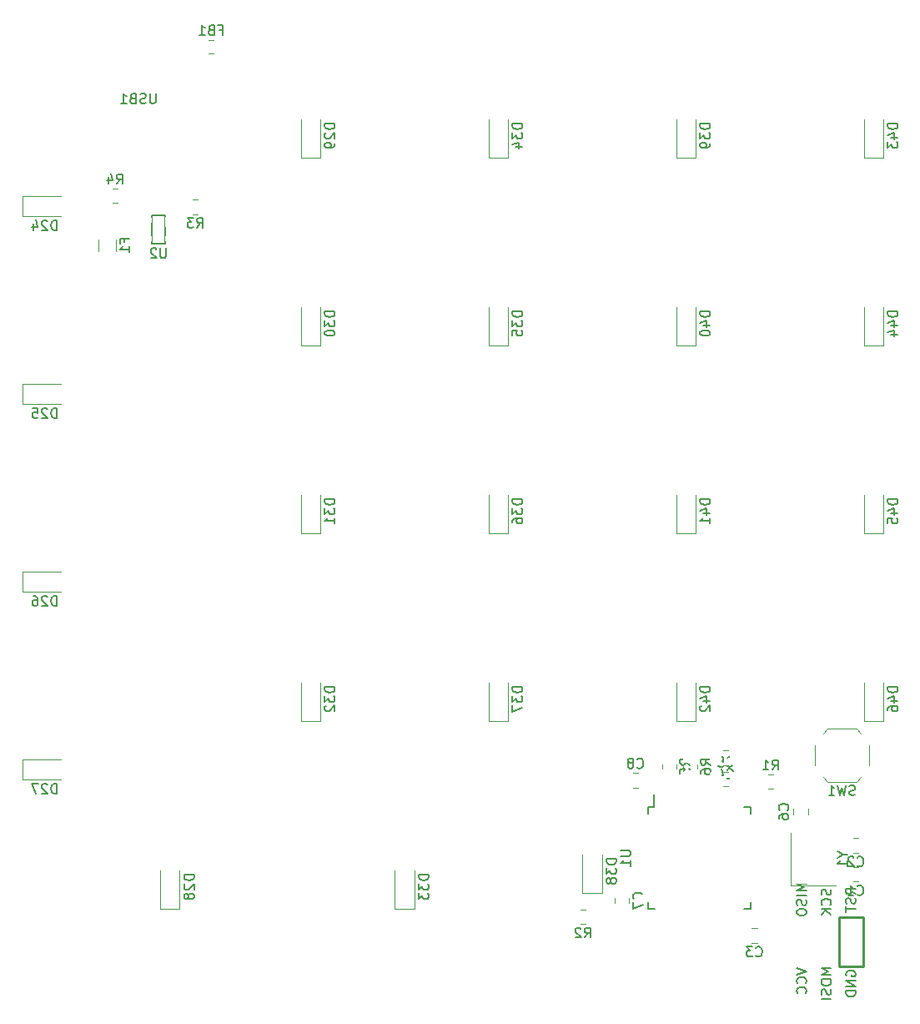
<source format=gbo>
%TF.GenerationSoftware,KiCad,Pcbnew,(5.1.12)-1*%
%TF.CreationDate,2022-01-06T16:35:48-05:00*%
%TF.ProjectId,gasket-2,6761736b-6574-42d3-922e-6b696361645f,rev?*%
%TF.SameCoordinates,Original*%
%TF.FileFunction,Legend,Bot*%
%TF.FilePolarity,Positive*%
%FSLAX46Y46*%
G04 Gerber Fmt 4.6, Leading zero omitted, Abs format (unit mm)*
G04 Created by KiCad (PCBNEW (5.1.12)-1) date 2022-01-06 16:35:48*
%MOMM*%
%LPD*%
G01*
G04 APERTURE LIST*
%ADD10C,0.120000*%
%ADD11C,0.150000*%
%ADD12C,0.250000*%
%ADD13C,1.750000*%
%ADD14C,2.250000*%
%ADD15C,3.987800*%
%ADD16R,1.800000X2.100000*%
%ADD17R,0.600000X2.450000*%
%ADD18R,0.300000X2.450000*%
%ADD19C,0.650000*%
%ADD20R,0.700000X0.600000*%
%ADD21R,0.700000X1.000000*%
%ADD22R,0.550000X1.500000*%
%ADD23R,1.500000X0.550000*%
%ADD24R,1.800000X1.100000*%
%ADD25R,1.700000X1.700000*%
%ADD26C,1.700000*%
%ADD27R,1.200000X0.900000*%
%ADD28R,0.900000X1.200000*%
G04 APERTURE END LIST*
D10*
%TO.C,FB1*%
X143381252Y-23443000D02*
X142858748Y-23443000D01*
X143381252Y-22023000D02*
X142858748Y-22023000D01*
%TO.C,Y1*%
X206466000Y-107856000D02*
X201966000Y-107856000D01*
X201966000Y-107856000D02*
X201966000Y-102456000D01*
D11*
%TO.C,U2*%
X138413250Y-42725000D02*
X137113250Y-42725000D01*
X138413250Y-39825000D02*
X138413250Y-42725000D01*
X137113250Y-39825000D02*
X138413250Y-39825000D01*
X137113250Y-39825000D02*
X137113250Y-42725000D01*
%TO.C,U1*%
X187484000Y-99854000D02*
X188059000Y-99854000D01*
X187484000Y-110204000D02*
X188159000Y-110204000D01*
X197834000Y-110204000D02*
X197159000Y-110204000D01*
X197834000Y-99854000D02*
X197159000Y-99854000D01*
X187484000Y-99854000D02*
X187484000Y-100529000D01*
X197834000Y-99854000D02*
X197834000Y-100529000D01*
X197834000Y-110204000D02*
X197834000Y-109529000D01*
X187484000Y-110204000D02*
X187484000Y-109529000D01*
X188059000Y-99854000D02*
X188059000Y-98579000D01*
D10*
%TO.C,SW1*%
X208587000Y-91895000D02*
X209077000Y-92385000D01*
X205687000Y-91895000D02*
X208587000Y-91895000D01*
X205687000Y-91895000D02*
X205197000Y-92385000D01*
X205687000Y-97335000D02*
X208587000Y-97335000D01*
X205687000Y-97335000D02*
X205197000Y-96845000D01*
X209857000Y-93575000D02*
X209857000Y-95655000D01*
X208587000Y-97335000D02*
X209077000Y-96845000D01*
X204417000Y-93575000D02*
X204417000Y-95655000D01*
%TO.C,R6*%
X192442000Y-95985064D02*
X192442000Y-95530936D01*
X190972000Y-95985064D02*
X190972000Y-95530936D01*
%TO.C,R5*%
X190346000Y-95985064D02*
X190346000Y-95530936D01*
X188876000Y-95985064D02*
X188876000Y-95530936D01*
%TO.C,R4*%
X133577064Y-38581000D02*
X133122936Y-38581000D01*
X133577064Y-37111000D02*
X133122936Y-37111000D01*
%TO.C,R3*%
X141266936Y-38254000D02*
X141721064Y-38254000D01*
X141266936Y-39724000D02*
X141721064Y-39724000D01*
%TO.C,R2*%
X180620936Y-111733000D02*
X181075064Y-111733000D01*
X180620936Y-110263000D02*
X181075064Y-110263000D01*
%TO.C,R1*%
X200125064Y-96547000D02*
X199670936Y-96547000D01*
X200125064Y-98017000D02*
X199670936Y-98017000D01*
D12*
%TO.C,J1*%
X206831250Y-111006250D02*
X206831250Y-116006250D01*
X206831250Y-116006250D02*
X209331250Y-116006250D01*
X209331250Y-116006250D02*
X209331250Y-111006250D01*
X209331250Y-111006250D02*
X206831250Y-111006250D01*
D10*
%TO.C,F1*%
X131646250Y-43464564D02*
X131646250Y-42260436D01*
X133466250Y-43464564D02*
X133466250Y-42260436D01*
%TO.C,D46*%
X211343750Y-91150000D02*
X211343750Y-87250000D01*
X209343750Y-91150000D02*
X209343750Y-87250000D01*
X211343750Y-91150000D02*
X209343750Y-91150000D01*
%TO.C,D45*%
X211343750Y-72100000D02*
X211343750Y-68200000D01*
X209343750Y-72100000D02*
X209343750Y-68200000D01*
X211343750Y-72100000D02*
X209343750Y-72100000D01*
%TO.C,D44*%
X211343750Y-53050000D02*
X211343750Y-49150000D01*
X209343750Y-53050000D02*
X209343750Y-49150000D01*
X211343750Y-53050000D02*
X209343750Y-53050000D01*
%TO.C,D43*%
X211343750Y-34000000D02*
X211343750Y-30100000D01*
X209343750Y-34000000D02*
X209343750Y-30100000D01*
X211343750Y-34000000D02*
X209343750Y-34000000D01*
%TO.C,D42*%
X192293750Y-91150000D02*
X192293750Y-87250000D01*
X190293750Y-91150000D02*
X190293750Y-87250000D01*
X192293750Y-91150000D02*
X190293750Y-91150000D01*
%TO.C,D41*%
X192293750Y-72100000D02*
X192293750Y-68200000D01*
X190293750Y-72100000D02*
X190293750Y-68200000D01*
X192293750Y-72100000D02*
X190293750Y-72100000D01*
%TO.C,D40*%
X192293750Y-53050000D02*
X192293750Y-49150000D01*
X190293750Y-53050000D02*
X190293750Y-49150000D01*
X192293750Y-53050000D02*
X190293750Y-53050000D01*
%TO.C,D39*%
X192293750Y-34000000D02*
X192293750Y-30100000D01*
X190293750Y-34000000D02*
X190293750Y-30100000D01*
X192293750Y-34000000D02*
X190293750Y-34000000D01*
%TO.C,D38*%
X182768750Y-108612500D02*
X182768750Y-104712500D01*
X180768750Y-108612500D02*
X180768750Y-104712500D01*
X182768750Y-108612500D02*
X180768750Y-108612500D01*
%TO.C,D37*%
X173243750Y-91150000D02*
X173243750Y-87250000D01*
X171243750Y-91150000D02*
X171243750Y-87250000D01*
X173243750Y-91150000D02*
X171243750Y-91150000D01*
%TO.C,D36*%
X173243750Y-72100000D02*
X173243750Y-68200000D01*
X171243750Y-72100000D02*
X171243750Y-68200000D01*
X173243750Y-72100000D02*
X171243750Y-72100000D01*
%TO.C,D35*%
X173243750Y-53050000D02*
X173243750Y-49150000D01*
X171243750Y-53050000D02*
X171243750Y-49150000D01*
X173243750Y-53050000D02*
X171243750Y-53050000D01*
%TO.C,D34*%
X173243750Y-34000000D02*
X173243750Y-30100000D01*
X171243750Y-34000000D02*
X171243750Y-30100000D01*
X173243750Y-34000000D02*
X171243750Y-34000000D01*
%TO.C,D33*%
X163718750Y-110200000D02*
X163718750Y-106300000D01*
X161718750Y-110200000D02*
X161718750Y-106300000D01*
X163718750Y-110200000D02*
X161718750Y-110200000D01*
%TO.C,D32*%
X154193750Y-91150000D02*
X154193750Y-87250000D01*
X152193750Y-91150000D02*
X152193750Y-87250000D01*
X154193750Y-91150000D02*
X152193750Y-91150000D01*
%TO.C,D31*%
X154193750Y-72100000D02*
X154193750Y-68200000D01*
X152193750Y-72100000D02*
X152193750Y-68200000D01*
X154193750Y-72100000D02*
X152193750Y-72100000D01*
%TO.C,D30*%
X154193750Y-53050000D02*
X154193750Y-49150000D01*
X152193750Y-53050000D02*
X152193750Y-49150000D01*
X154193750Y-53050000D02*
X152193750Y-53050000D01*
%TO.C,D29*%
X154193750Y-34000000D02*
X154193750Y-30100000D01*
X152193750Y-34000000D02*
X152193750Y-30100000D01*
X154193750Y-34000000D02*
X152193750Y-34000000D01*
%TO.C,D28*%
X139906250Y-110200000D02*
X139906250Y-106300000D01*
X137906250Y-110200000D02*
X137906250Y-106300000D01*
X139906250Y-110200000D02*
X137906250Y-110200000D01*
%TO.C,D27*%
X123956250Y-97043750D02*
X127856250Y-97043750D01*
X123956250Y-95043750D02*
X127856250Y-95043750D01*
X123956250Y-97043750D02*
X123956250Y-95043750D01*
%TO.C,D26*%
X123956250Y-77993750D02*
X127856250Y-77993750D01*
X123956250Y-75993750D02*
X127856250Y-75993750D01*
X123956250Y-77993750D02*
X123956250Y-75993750D01*
%TO.C,D25*%
X123956250Y-58943750D02*
X127856250Y-58943750D01*
X123956250Y-56943750D02*
X127856250Y-56943750D01*
X123956250Y-58943750D02*
X123956250Y-56943750D01*
%TO.C,D24*%
X123956250Y-39893750D02*
X127856250Y-39893750D01*
X123956250Y-37893750D02*
X127856250Y-37893750D01*
X123956250Y-39893750D02*
X123956250Y-37893750D01*
%TO.C,C8*%
X186443252Y-96420000D02*
X185920748Y-96420000D01*
X186443252Y-97890000D02*
X185920748Y-97890000D01*
%TO.C,C7*%
X185520000Y-109608252D02*
X185520000Y-109085748D01*
X184050000Y-109608252D02*
X184050000Y-109085748D01*
%TO.C,C6*%
X202211000Y-100068748D02*
X202211000Y-100591252D01*
X203681000Y-100068748D02*
X203681000Y-100591252D01*
%TO.C,C5*%
X195587252Y-96293000D02*
X195064748Y-96293000D01*
X195587252Y-97763000D02*
X195064748Y-97763000D01*
%TO.C,C4*%
X195064748Y-95604000D02*
X195587252Y-95604000D01*
X195064748Y-94134000D02*
X195587252Y-94134000D01*
%TO.C,C3*%
X197985748Y-113638000D02*
X198508252Y-113638000D01*
X197985748Y-112168000D02*
X198508252Y-112168000D01*
%TO.C,C2*%
X208272748Y-104494000D02*
X208795252Y-104494000D01*
X208272748Y-103024000D02*
X208795252Y-103024000D01*
%TO.C,C1*%
X208272748Y-107415000D02*
X208795252Y-107415000D01*
X208272748Y-105945000D02*
X208795252Y-105945000D01*
%TO.C,FB1*%
D11*
X143953333Y-21011571D02*
X144286666Y-21011571D01*
X144286666Y-21535380D02*
X144286666Y-20535380D01*
X143810476Y-20535380D01*
X143096190Y-21011571D02*
X142953333Y-21059190D01*
X142905714Y-21106809D01*
X142858095Y-21202047D01*
X142858095Y-21344904D01*
X142905714Y-21440142D01*
X142953333Y-21487761D01*
X143048571Y-21535380D01*
X143429523Y-21535380D01*
X143429523Y-20535380D01*
X143096190Y-20535380D01*
X143000952Y-20583000D01*
X142953333Y-20630619D01*
X142905714Y-20725857D01*
X142905714Y-20821095D01*
X142953333Y-20916333D01*
X143000952Y-20963952D01*
X143096190Y-21011571D01*
X143429523Y-21011571D01*
X141905714Y-21535380D02*
X142477142Y-21535380D01*
X142191428Y-21535380D02*
X142191428Y-20535380D01*
X142286666Y-20678238D01*
X142381904Y-20773476D01*
X142477142Y-20821095D01*
%TO.C,Y1*%
X207242190Y-104679809D02*
X207718380Y-104679809D01*
X206718380Y-104346476D02*
X207242190Y-104679809D01*
X206718380Y-105013142D01*
X207718380Y-105870285D02*
X207718380Y-105298857D01*
X207718380Y-105584571D02*
X206718380Y-105584571D01*
X206861238Y-105489333D01*
X206956476Y-105394095D01*
X207004095Y-105298857D01*
%TO.C,USB1*%
X137469345Y-27478630D02*
X137469345Y-28288154D01*
X137421726Y-28383392D01*
X137374107Y-28431011D01*
X137278869Y-28478630D01*
X137088392Y-28478630D01*
X136993154Y-28431011D01*
X136945535Y-28383392D01*
X136897916Y-28288154D01*
X136897916Y-27478630D01*
X136469345Y-28431011D02*
X136326488Y-28478630D01*
X136088392Y-28478630D01*
X135993154Y-28431011D01*
X135945535Y-28383392D01*
X135897916Y-28288154D01*
X135897916Y-28192916D01*
X135945535Y-28097678D01*
X135993154Y-28050059D01*
X136088392Y-28002440D01*
X136278869Y-27954821D01*
X136374107Y-27907202D01*
X136421726Y-27859583D01*
X136469345Y-27764345D01*
X136469345Y-27669107D01*
X136421726Y-27573869D01*
X136374107Y-27526250D01*
X136278869Y-27478630D01*
X136040773Y-27478630D01*
X135897916Y-27526250D01*
X135136011Y-27954821D02*
X134993154Y-28002440D01*
X134945535Y-28050059D01*
X134897916Y-28145297D01*
X134897916Y-28288154D01*
X134945535Y-28383392D01*
X134993154Y-28431011D01*
X135088392Y-28478630D01*
X135469345Y-28478630D01*
X135469345Y-27478630D01*
X135136011Y-27478630D01*
X135040773Y-27526250D01*
X134993154Y-27573869D01*
X134945535Y-27669107D01*
X134945535Y-27764345D01*
X134993154Y-27859583D01*
X135040773Y-27907202D01*
X135136011Y-27954821D01*
X135469345Y-27954821D01*
X133945535Y-28478630D02*
X134516964Y-28478630D01*
X134231250Y-28478630D02*
X134231250Y-27478630D01*
X134326488Y-27621488D01*
X134421726Y-27716726D01*
X134516964Y-27764345D01*
%TO.C,U2*%
X138525154Y-43177380D02*
X138525154Y-43986904D01*
X138477535Y-44082142D01*
X138429916Y-44129761D01*
X138334678Y-44177380D01*
X138144202Y-44177380D01*
X138048964Y-44129761D01*
X138001345Y-44082142D01*
X137953726Y-43986904D01*
X137953726Y-43177380D01*
X137525154Y-43272619D02*
X137477535Y-43225000D01*
X137382297Y-43177380D01*
X137144202Y-43177380D01*
X137048964Y-43225000D01*
X137001345Y-43272619D01*
X136953726Y-43367857D01*
X136953726Y-43463095D01*
X137001345Y-43605952D01*
X137572773Y-44177380D01*
X136953726Y-44177380D01*
%TO.C,U1*%
X184661380Y-104267095D02*
X185470904Y-104267095D01*
X185566142Y-104314714D01*
X185613761Y-104362333D01*
X185661380Y-104457571D01*
X185661380Y-104648047D01*
X185613761Y-104743285D01*
X185566142Y-104790904D01*
X185470904Y-104838523D01*
X184661380Y-104838523D01*
X185661380Y-105838523D02*
X185661380Y-105267095D01*
X185661380Y-105552809D02*
X184661380Y-105552809D01*
X184804238Y-105457571D01*
X184899476Y-105362333D01*
X184947095Y-105267095D01*
%TO.C,SW1*%
X208470333Y-98619761D02*
X208327476Y-98667380D01*
X208089380Y-98667380D01*
X207994142Y-98619761D01*
X207946523Y-98572142D01*
X207898904Y-98476904D01*
X207898904Y-98381666D01*
X207946523Y-98286428D01*
X207994142Y-98238809D01*
X208089380Y-98191190D01*
X208279857Y-98143571D01*
X208375095Y-98095952D01*
X208422714Y-98048333D01*
X208470333Y-97953095D01*
X208470333Y-97857857D01*
X208422714Y-97762619D01*
X208375095Y-97715000D01*
X208279857Y-97667380D01*
X208041761Y-97667380D01*
X207898904Y-97715000D01*
X207565571Y-97667380D02*
X207327476Y-98667380D01*
X207137000Y-97953095D01*
X206946523Y-98667380D01*
X206708428Y-97667380D01*
X205803666Y-98667380D02*
X206375095Y-98667380D01*
X206089380Y-98667380D02*
X206089380Y-97667380D01*
X206184619Y-97810238D01*
X206279857Y-97905476D01*
X206375095Y-97953095D01*
%TO.C,R6*%
X193809380Y-95591333D02*
X193333190Y-95258000D01*
X193809380Y-95019904D02*
X192809380Y-95019904D01*
X192809380Y-95400857D01*
X192857000Y-95496095D01*
X192904619Y-95543714D01*
X192999857Y-95591333D01*
X193142714Y-95591333D01*
X193237952Y-95543714D01*
X193285571Y-95496095D01*
X193333190Y-95400857D01*
X193333190Y-95019904D01*
X192809380Y-96448476D02*
X192809380Y-96258000D01*
X192857000Y-96162761D01*
X192904619Y-96115142D01*
X193047476Y-96019904D01*
X193237952Y-95972285D01*
X193618904Y-95972285D01*
X193714142Y-96019904D01*
X193761761Y-96067523D01*
X193809380Y-96162761D01*
X193809380Y-96353238D01*
X193761761Y-96448476D01*
X193714142Y-96496095D01*
X193618904Y-96543714D01*
X193380809Y-96543714D01*
X193285571Y-96496095D01*
X193237952Y-96448476D01*
X193190333Y-96353238D01*
X193190333Y-96162761D01*
X193237952Y-96067523D01*
X193285571Y-96019904D01*
X193380809Y-95972285D01*
%TO.C,R5*%
X191713380Y-95591333D02*
X191237190Y-95258000D01*
X191713380Y-95019904D02*
X190713380Y-95019904D01*
X190713380Y-95400857D01*
X190761000Y-95496095D01*
X190808619Y-95543714D01*
X190903857Y-95591333D01*
X191046714Y-95591333D01*
X191141952Y-95543714D01*
X191189571Y-95496095D01*
X191237190Y-95400857D01*
X191237190Y-95019904D01*
X190713380Y-96496095D02*
X190713380Y-96019904D01*
X191189571Y-95972285D01*
X191141952Y-96019904D01*
X191094333Y-96115142D01*
X191094333Y-96353238D01*
X191141952Y-96448476D01*
X191189571Y-96496095D01*
X191284809Y-96543714D01*
X191522904Y-96543714D01*
X191618142Y-96496095D01*
X191665761Y-96448476D01*
X191713380Y-96353238D01*
X191713380Y-96115142D01*
X191665761Y-96019904D01*
X191618142Y-95972285D01*
%TO.C,R4*%
X133516666Y-36648380D02*
X133850000Y-36172190D01*
X134088095Y-36648380D02*
X134088095Y-35648380D01*
X133707142Y-35648380D01*
X133611904Y-35696000D01*
X133564285Y-35743619D01*
X133516666Y-35838857D01*
X133516666Y-35981714D01*
X133564285Y-36076952D01*
X133611904Y-36124571D01*
X133707142Y-36172190D01*
X134088095Y-36172190D01*
X132659523Y-35981714D02*
X132659523Y-36648380D01*
X132897619Y-35600761D02*
X133135714Y-36315047D01*
X132516666Y-36315047D01*
%TO.C,R3*%
X141660666Y-41091380D02*
X141994000Y-40615190D01*
X142232095Y-41091380D02*
X142232095Y-40091380D01*
X141851142Y-40091380D01*
X141755904Y-40139000D01*
X141708285Y-40186619D01*
X141660666Y-40281857D01*
X141660666Y-40424714D01*
X141708285Y-40519952D01*
X141755904Y-40567571D01*
X141851142Y-40615190D01*
X142232095Y-40615190D01*
X141327333Y-40091380D02*
X140708285Y-40091380D01*
X141041619Y-40472333D01*
X140898761Y-40472333D01*
X140803523Y-40519952D01*
X140755904Y-40567571D01*
X140708285Y-40662809D01*
X140708285Y-40900904D01*
X140755904Y-40996142D01*
X140803523Y-41043761D01*
X140898761Y-41091380D01*
X141184476Y-41091380D01*
X141279714Y-41043761D01*
X141327333Y-40996142D01*
%TO.C,R2*%
X181014666Y-113100380D02*
X181348000Y-112624190D01*
X181586095Y-113100380D02*
X181586095Y-112100380D01*
X181205142Y-112100380D01*
X181109904Y-112148000D01*
X181062285Y-112195619D01*
X181014666Y-112290857D01*
X181014666Y-112433714D01*
X181062285Y-112528952D01*
X181109904Y-112576571D01*
X181205142Y-112624190D01*
X181586095Y-112624190D01*
X180633714Y-112195619D02*
X180586095Y-112148000D01*
X180490857Y-112100380D01*
X180252761Y-112100380D01*
X180157523Y-112148000D01*
X180109904Y-112195619D01*
X180062285Y-112290857D01*
X180062285Y-112386095D01*
X180109904Y-112528952D01*
X180681333Y-113100380D01*
X180062285Y-113100380D01*
%TO.C,R1*%
X200064666Y-96084380D02*
X200398000Y-95608190D01*
X200636095Y-96084380D02*
X200636095Y-95084380D01*
X200255142Y-95084380D01*
X200159904Y-95132000D01*
X200112285Y-95179619D01*
X200064666Y-95274857D01*
X200064666Y-95417714D01*
X200112285Y-95512952D01*
X200159904Y-95560571D01*
X200255142Y-95608190D01*
X200636095Y-95608190D01*
X199112285Y-96084380D02*
X199683714Y-96084380D01*
X199398000Y-96084380D02*
X199398000Y-95084380D01*
X199493238Y-95227238D01*
X199588476Y-95322476D01*
X199683714Y-95370095D01*
%TO.C,J1*%
X203533630Y-107684821D02*
X202533630Y-107684821D01*
X203247916Y-108018154D01*
X202533630Y-108351488D01*
X203533630Y-108351488D01*
X203533630Y-108827678D02*
X202533630Y-108827678D01*
X203486011Y-109256250D02*
X203533630Y-109399107D01*
X203533630Y-109637202D01*
X203486011Y-109732440D01*
X203438392Y-109780059D01*
X203343154Y-109827678D01*
X203247916Y-109827678D01*
X203152678Y-109780059D01*
X203105059Y-109732440D01*
X203057440Y-109637202D01*
X203009821Y-109446726D01*
X202962202Y-109351488D01*
X202914583Y-109303869D01*
X202819345Y-109256250D01*
X202724107Y-109256250D01*
X202628869Y-109303869D01*
X202581250Y-109351488D01*
X202533630Y-109446726D01*
X202533630Y-109684821D01*
X202581250Y-109827678D01*
X202533630Y-110446726D02*
X202533630Y-110637202D01*
X202581250Y-110732440D01*
X202676488Y-110827678D01*
X202866964Y-110875297D01*
X203200297Y-110875297D01*
X203390773Y-110827678D01*
X203486011Y-110732440D01*
X203533630Y-110637202D01*
X203533630Y-110446726D01*
X203486011Y-110351488D01*
X203390773Y-110256250D01*
X203200297Y-110208630D01*
X202866964Y-110208630D01*
X202676488Y-110256250D01*
X202581250Y-110351488D01*
X202533630Y-110446726D01*
X202533630Y-116172916D02*
X203533630Y-116506250D01*
X202533630Y-116839583D01*
X203438392Y-117744345D02*
X203486011Y-117696726D01*
X203533630Y-117553869D01*
X203533630Y-117458630D01*
X203486011Y-117315773D01*
X203390773Y-117220535D01*
X203295535Y-117172916D01*
X203105059Y-117125297D01*
X202962202Y-117125297D01*
X202771726Y-117172916D01*
X202676488Y-117220535D01*
X202581250Y-117315773D01*
X202533630Y-117458630D01*
X202533630Y-117553869D01*
X202581250Y-117696726D01*
X202628869Y-117744345D01*
X203438392Y-118744345D02*
X203486011Y-118696726D01*
X203533630Y-118553869D01*
X203533630Y-118458630D01*
X203486011Y-118315773D01*
X203390773Y-118220535D01*
X203295535Y-118172916D01*
X203105059Y-118125297D01*
X202962202Y-118125297D01*
X202771726Y-118172916D01*
X202676488Y-118220535D01*
X202581250Y-118315773D01*
X202533630Y-118458630D01*
X202533630Y-118553869D01*
X202581250Y-118696726D01*
X202628869Y-118744345D01*
X205986011Y-108220535D02*
X206033630Y-108363392D01*
X206033630Y-108601488D01*
X205986011Y-108696726D01*
X205938392Y-108744345D01*
X205843154Y-108791964D01*
X205747916Y-108791964D01*
X205652678Y-108744345D01*
X205605059Y-108696726D01*
X205557440Y-108601488D01*
X205509821Y-108411011D01*
X205462202Y-108315773D01*
X205414583Y-108268154D01*
X205319345Y-108220535D01*
X205224107Y-108220535D01*
X205128869Y-108268154D01*
X205081250Y-108315773D01*
X205033630Y-108411011D01*
X205033630Y-108649107D01*
X205081250Y-108791964D01*
X205938392Y-109791964D02*
X205986011Y-109744345D01*
X206033630Y-109601488D01*
X206033630Y-109506250D01*
X205986011Y-109363392D01*
X205890773Y-109268154D01*
X205795535Y-109220535D01*
X205605059Y-109172916D01*
X205462202Y-109172916D01*
X205271726Y-109220535D01*
X205176488Y-109268154D01*
X205081250Y-109363392D01*
X205033630Y-109506250D01*
X205033630Y-109601488D01*
X205081250Y-109744345D01*
X205128869Y-109791964D01*
X206033630Y-110220535D02*
X205033630Y-110220535D01*
X206033630Y-110791964D02*
X205462202Y-110363392D01*
X205033630Y-110791964D02*
X205605059Y-110220535D01*
X206033630Y-116184821D02*
X205033630Y-116184821D01*
X205747916Y-116518154D01*
X205033630Y-116851488D01*
X206033630Y-116851488D01*
X205033630Y-117518154D02*
X205033630Y-117708630D01*
X205081250Y-117803869D01*
X205176488Y-117899107D01*
X205366964Y-117946726D01*
X205700297Y-117946726D01*
X205890773Y-117899107D01*
X205986011Y-117803869D01*
X206033630Y-117708630D01*
X206033630Y-117518154D01*
X205986011Y-117422916D01*
X205890773Y-117327678D01*
X205700297Y-117280059D01*
X205366964Y-117280059D01*
X205176488Y-117327678D01*
X205081250Y-117422916D01*
X205033630Y-117518154D01*
X205986011Y-118327678D02*
X206033630Y-118470535D01*
X206033630Y-118708630D01*
X205986011Y-118803869D01*
X205938392Y-118851488D01*
X205843154Y-118899107D01*
X205747916Y-118899107D01*
X205652678Y-118851488D01*
X205605059Y-118803869D01*
X205557440Y-118708630D01*
X205509821Y-118518154D01*
X205462202Y-118422916D01*
X205414583Y-118375297D01*
X205319345Y-118327678D01*
X205224107Y-118327678D01*
X205128869Y-118375297D01*
X205081250Y-118422916D01*
X205033630Y-118518154D01*
X205033630Y-118756250D01*
X205081250Y-118899107D01*
X206033630Y-119327678D02*
X205033630Y-119327678D01*
X208533630Y-108708630D02*
X208057440Y-108375297D01*
X208533630Y-108137202D02*
X207533630Y-108137202D01*
X207533630Y-108518154D01*
X207581250Y-108613392D01*
X207628869Y-108661011D01*
X207724107Y-108708630D01*
X207866964Y-108708630D01*
X207962202Y-108661011D01*
X208009821Y-108613392D01*
X208057440Y-108518154D01*
X208057440Y-108137202D01*
X208486011Y-109089583D02*
X208533630Y-109232440D01*
X208533630Y-109470535D01*
X208486011Y-109565773D01*
X208438392Y-109613392D01*
X208343154Y-109661011D01*
X208247916Y-109661011D01*
X208152678Y-109613392D01*
X208105059Y-109565773D01*
X208057440Y-109470535D01*
X208009821Y-109280059D01*
X207962202Y-109184821D01*
X207914583Y-109137202D01*
X207819345Y-109089583D01*
X207724107Y-109089583D01*
X207628869Y-109137202D01*
X207581250Y-109184821D01*
X207533630Y-109280059D01*
X207533630Y-109518154D01*
X207581250Y-109661011D01*
X207533630Y-109946726D02*
X207533630Y-110518154D01*
X208533630Y-110232440D02*
X207533630Y-110232440D01*
X207581250Y-116994345D02*
X207533630Y-116899107D01*
X207533630Y-116756250D01*
X207581250Y-116613392D01*
X207676488Y-116518154D01*
X207771726Y-116470535D01*
X207962202Y-116422916D01*
X208105059Y-116422916D01*
X208295535Y-116470535D01*
X208390773Y-116518154D01*
X208486011Y-116613392D01*
X208533630Y-116756250D01*
X208533630Y-116851488D01*
X208486011Y-116994345D01*
X208438392Y-117041964D01*
X208105059Y-117041964D01*
X208105059Y-116851488D01*
X208533630Y-117470535D02*
X207533630Y-117470535D01*
X208533630Y-118041964D01*
X207533630Y-118041964D01*
X208533630Y-118518154D02*
X207533630Y-118518154D01*
X207533630Y-118756250D01*
X207581250Y-118899107D01*
X207676488Y-118994345D01*
X207771726Y-119041964D01*
X207962202Y-119089583D01*
X208105059Y-119089583D01*
X208295535Y-119041964D01*
X208390773Y-118994345D01*
X208486011Y-118899107D01*
X208533630Y-118756250D01*
X208533630Y-118518154D01*
%TO.C,F1*%
X134304821Y-42529166D02*
X134304821Y-42195833D01*
X134828630Y-42195833D02*
X133828630Y-42195833D01*
X133828630Y-42672023D01*
X134828630Y-43576785D02*
X134828630Y-43005357D01*
X134828630Y-43291071D02*
X133828630Y-43291071D01*
X133971488Y-43195833D01*
X134066726Y-43100595D01*
X134114345Y-43005357D01*
%TO.C,D46*%
X212796130Y-87685714D02*
X211796130Y-87685714D01*
X211796130Y-87923809D01*
X211843750Y-88066666D01*
X211938988Y-88161904D01*
X212034226Y-88209523D01*
X212224702Y-88257142D01*
X212367559Y-88257142D01*
X212558035Y-88209523D01*
X212653273Y-88161904D01*
X212748511Y-88066666D01*
X212796130Y-87923809D01*
X212796130Y-87685714D01*
X212129464Y-89114285D02*
X212796130Y-89114285D01*
X211748511Y-88876190D02*
X212462797Y-88638095D01*
X212462797Y-89257142D01*
X211796130Y-90066666D02*
X211796130Y-89876190D01*
X211843750Y-89780952D01*
X211891369Y-89733333D01*
X212034226Y-89638095D01*
X212224702Y-89590476D01*
X212605654Y-89590476D01*
X212700892Y-89638095D01*
X212748511Y-89685714D01*
X212796130Y-89780952D01*
X212796130Y-89971428D01*
X212748511Y-90066666D01*
X212700892Y-90114285D01*
X212605654Y-90161904D01*
X212367559Y-90161904D01*
X212272321Y-90114285D01*
X212224702Y-90066666D01*
X212177083Y-89971428D01*
X212177083Y-89780952D01*
X212224702Y-89685714D01*
X212272321Y-89638095D01*
X212367559Y-89590476D01*
%TO.C,D45*%
X212796130Y-68635714D02*
X211796130Y-68635714D01*
X211796130Y-68873809D01*
X211843750Y-69016666D01*
X211938988Y-69111904D01*
X212034226Y-69159523D01*
X212224702Y-69207142D01*
X212367559Y-69207142D01*
X212558035Y-69159523D01*
X212653273Y-69111904D01*
X212748511Y-69016666D01*
X212796130Y-68873809D01*
X212796130Y-68635714D01*
X212129464Y-70064285D02*
X212796130Y-70064285D01*
X211748511Y-69826190D02*
X212462797Y-69588095D01*
X212462797Y-70207142D01*
X211796130Y-71064285D02*
X211796130Y-70588095D01*
X212272321Y-70540476D01*
X212224702Y-70588095D01*
X212177083Y-70683333D01*
X212177083Y-70921428D01*
X212224702Y-71016666D01*
X212272321Y-71064285D01*
X212367559Y-71111904D01*
X212605654Y-71111904D01*
X212700892Y-71064285D01*
X212748511Y-71016666D01*
X212796130Y-70921428D01*
X212796130Y-70683333D01*
X212748511Y-70588095D01*
X212700892Y-70540476D01*
%TO.C,D44*%
X212796130Y-49585714D02*
X211796130Y-49585714D01*
X211796130Y-49823809D01*
X211843750Y-49966666D01*
X211938988Y-50061904D01*
X212034226Y-50109523D01*
X212224702Y-50157142D01*
X212367559Y-50157142D01*
X212558035Y-50109523D01*
X212653273Y-50061904D01*
X212748511Y-49966666D01*
X212796130Y-49823809D01*
X212796130Y-49585714D01*
X212129464Y-51014285D02*
X212796130Y-51014285D01*
X211748511Y-50776190D02*
X212462797Y-50538095D01*
X212462797Y-51157142D01*
X212129464Y-51966666D02*
X212796130Y-51966666D01*
X211748511Y-51728571D02*
X212462797Y-51490476D01*
X212462797Y-52109523D01*
%TO.C,D43*%
X212796130Y-30535714D02*
X211796130Y-30535714D01*
X211796130Y-30773809D01*
X211843750Y-30916666D01*
X211938988Y-31011904D01*
X212034226Y-31059523D01*
X212224702Y-31107142D01*
X212367559Y-31107142D01*
X212558035Y-31059523D01*
X212653273Y-31011904D01*
X212748511Y-30916666D01*
X212796130Y-30773809D01*
X212796130Y-30535714D01*
X212129464Y-31964285D02*
X212796130Y-31964285D01*
X211748511Y-31726190D02*
X212462797Y-31488095D01*
X212462797Y-32107142D01*
X211796130Y-32392857D02*
X211796130Y-33011904D01*
X212177083Y-32678571D01*
X212177083Y-32821428D01*
X212224702Y-32916666D01*
X212272321Y-32964285D01*
X212367559Y-33011904D01*
X212605654Y-33011904D01*
X212700892Y-32964285D01*
X212748511Y-32916666D01*
X212796130Y-32821428D01*
X212796130Y-32535714D01*
X212748511Y-32440476D01*
X212700892Y-32392857D01*
%TO.C,D42*%
X193746130Y-87685714D02*
X192746130Y-87685714D01*
X192746130Y-87923809D01*
X192793750Y-88066666D01*
X192888988Y-88161904D01*
X192984226Y-88209523D01*
X193174702Y-88257142D01*
X193317559Y-88257142D01*
X193508035Y-88209523D01*
X193603273Y-88161904D01*
X193698511Y-88066666D01*
X193746130Y-87923809D01*
X193746130Y-87685714D01*
X193079464Y-89114285D02*
X193746130Y-89114285D01*
X192698511Y-88876190D02*
X193412797Y-88638095D01*
X193412797Y-89257142D01*
X192841369Y-89590476D02*
X192793750Y-89638095D01*
X192746130Y-89733333D01*
X192746130Y-89971428D01*
X192793750Y-90066666D01*
X192841369Y-90114285D01*
X192936607Y-90161904D01*
X193031845Y-90161904D01*
X193174702Y-90114285D01*
X193746130Y-89542857D01*
X193746130Y-90161904D01*
%TO.C,D41*%
X193746130Y-68635714D02*
X192746130Y-68635714D01*
X192746130Y-68873809D01*
X192793750Y-69016666D01*
X192888988Y-69111904D01*
X192984226Y-69159523D01*
X193174702Y-69207142D01*
X193317559Y-69207142D01*
X193508035Y-69159523D01*
X193603273Y-69111904D01*
X193698511Y-69016666D01*
X193746130Y-68873809D01*
X193746130Y-68635714D01*
X193079464Y-70064285D02*
X193746130Y-70064285D01*
X192698511Y-69826190D02*
X193412797Y-69588095D01*
X193412797Y-70207142D01*
X193746130Y-71111904D02*
X193746130Y-70540476D01*
X193746130Y-70826190D02*
X192746130Y-70826190D01*
X192888988Y-70730952D01*
X192984226Y-70635714D01*
X193031845Y-70540476D01*
%TO.C,D40*%
X193746130Y-49585714D02*
X192746130Y-49585714D01*
X192746130Y-49823809D01*
X192793750Y-49966666D01*
X192888988Y-50061904D01*
X192984226Y-50109523D01*
X193174702Y-50157142D01*
X193317559Y-50157142D01*
X193508035Y-50109523D01*
X193603273Y-50061904D01*
X193698511Y-49966666D01*
X193746130Y-49823809D01*
X193746130Y-49585714D01*
X193079464Y-51014285D02*
X193746130Y-51014285D01*
X192698511Y-50776190D02*
X193412797Y-50538095D01*
X193412797Y-51157142D01*
X192746130Y-51728571D02*
X192746130Y-51823809D01*
X192793750Y-51919047D01*
X192841369Y-51966666D01*
X192936607Y-52014285D01*
X193127083Y-52061904D01*
X193365178Y-52061904D01*
X193555654Y-52014285D01*
X193650892Y-51966666D01*
X193698511Y-51919047D01*
X193746130Y-51823809D01*
X193746130Y-51728571D01*
X193698511Y-51633333D01*
X193650892Y-51585714D01*
X193555654Y-51538095D01*
X193365178Y-51490476D01*
X193127083Y-51490476D01*
X192936607Y-51538095D01*
X192841369Y-51585714D01*
X192793750Y-51633333D01*
X192746130Y-51728571D01*
%TO.C,D39*%
X193746130Y-30535714D02*
X192746130Y-30535714D01*
X192746130Y-30773809D01*
X192793750Y-30916666D01*
X192888988Y-31011904D01*
X192984226Y-31059523D01*
X193174702Y-31107142D01*
X193317559Y-31107142D01*
X193508035Y-31059523D01*
X193603273Y-31011904D01*
X193698511Y-30916666D01*
X193746130Y-30773809D01*
X193746130Y-30535714D01*
X192746130Y-31440476D02*
X192746130Y-32059523D01*
X193127083Y-31726190D01*
X193127083Y-31869047D01*
X193174702Y-31964285D01*
X193222321Y-32011904D01*
X193317559Y-32059523D01*
X193555654Y-32059523D01*
X193650892Y-32011904D01*
X193698511Y-31964285D01*
X193746130Y-31869047D01*
X193746130Y-31583333D01*
X193698511Y-31488095D01*
X193650892Y-31440476D01*
X193746130Y-32535714D02*
X193746130Y-32726190D01*
X193698511Y-32821428D01*
X193650892Y-32869047D01*
X193508035Y-32964285D01*
X193317559Y-33011904D01*
X192936607Y-33011904D01*
X192841369Y-32964285D01*
X192793750Y-32916666D01*
X192746130Y-32821428D01*
X192746130Y-32630952D01*
X192793750Y-32535714D01*
X192841369Y-32488095D01*
X192936607Y-32440476D01*
X193174702Y-32440476D01*
X193269940Y-32488095D01*
X193317559Y-32535714D01*
X193365178Y-32630952D01*
X193365178Y-32821428D01*
X193317559Y-32916666D01*
X193269940Y-32964285D01*
X193174702Y-33011904D01*
%TO.C,D38*%
X184221130Y-105148214D02*
X183221130Y-105148214D01*
X183221130Y-105386309D01*
X183268750Y-105529166D01*
X183363988Y-105624404D01*
X183459226Y-105672023D01*
X183649702Y-105719642D01*
X183792559Y-105719642D01*
X183983035Y-105672023D01*
X184078273Y-105624404D01*
X184173511Y-105529166D01*
X184221130Y-105386309D01*
X184221130Y-105148214D01*
X183221130Y-106052976D02*
X183221130Y-106672023D01*
X183602083Y-106338690D01*
X183602083Y-106481547D01*
X183649702Y-106576785D01*
X183697321Y-106624404D01*
X183792559Y-106672023D01*
X184030654Y-106672023D01*
X184125892Y-106624404D01*
X184173511Y-106576785D01*
X184221130Y-106481547D01*
X184221130Y-106195833D01*
X184173511Y-106100595D01*
X184125892Y-106052976D01*
X183649702Y-107243452D02*
X183602083Y-107148214D01*
X183554464Y-107100595D01*
X183459226Y-107052976D01*
X183411607Y-107052976D01*
X183316369Y-107100595D01*
X183268750Y-107148214D01*
X183221130Y-107243452D01*
X183221130Y-107433928D01*
X183268750Y-107529166D01*
X183316369Y-107576785D01*
X183411607Y-107624404D01*
X183459226Y-107624404D01*
X183554464Y-107576785D01*
X183602083Y-107529166D01*
X183649702Y-107433928D01*
X183649702Y-107243452D01*
X183697321Y-107148214D01*
X183744940Y-107100595D01*
X183840178Y-107052976D01*
X184030654Y-107052976D01*
X184125892Y-107100595D01*
X184173511Y-107148214D01*
X184221130Y-107243452D01*
X184221130Y-107433928D01*
X184173511Y-107529166D01*
X184125892Y-107576785D01*
X184030654Y-107624404D01*
X183840178Y-107624404D01*
X183744940Y-107576785D01*
X183697321Y-107529166D01*
X183649702Y-107433928D01*
%TO.C,D37*%
X174696130Y-87685714D02*
X173696130Y-87685714D01*
X173696130Y-87923809D01*
X173743750Y-88066666D01*
X173838988Y-88161904D01*
X173934226Y-88209523D01*
X174124702Y-88257142D01*
X174267559Y-88257142D01*
X174458035Y-88209523D01*
X174553273Y-88161904D01*
X174648511Y-88066666D01*
X174696130Y-87923809D01*
X174696130Y-87685714D01*
X173696130Y-88590476D02*
X173696130Y-89209523D01*
X174077083Y-88876190D01*
X174077083Y-89019047D01*
X174124702Y-89114285D01*
X174172321Y-89161904D01*
X174267559Y-89209523D01*
X174505654Y-89209523D01*
X174600892Y-89161904D01*
X174648511Y-89114285D01*
X174696130Y-89019047D01*
X174696130Y-88733333D01*
X174648511Y-88638095D01*
X174600892Y-88590476D01*
X173696130Y-89542857D02*
X173696130Y-90209523D01*
X174696130Y-89780952D01*
%TO.C,D36*%
X174696130Y-68635714D02*
X173696130Y-68635714D01*
X173696130Y-68873809D01*
X173743750Y-69016666D01*
X173838988Y-69111904D01*
X173934226Y-69159523D01*
X174124702Y-69207142D01*
X174267559Y-69207142D01*
X174458035Y-69159523D01*
X174553273Y-69111904D01*
X174648511Y-69016666D01*
X174696130Y-68873809D01*
X174696130Y-68635714D01*
X173696130Y-69540476D02*
X173696130Y-70159523D01*
X174077083Y-69826190D01*
X174077083Y-69969047D01*
X174124702Y-70064285D01*
X174172321Y-70111904D01*
X174267559Y-70159523D01*
X174505654Y-70159523D01*
X174600892Y-70111904D01*
X174648511Y-70064285D01*
X174696130Y-69969047D01*
X174696130Y-69683333D01*
X174648511Y-69588095D01*
X174600892Y-69540476D01*
X173696130Y-71016666D02*
X173696130Y-70826190D01*
X173743750Y-70730952D01*
X173791369Y-70683333D01*
X173934226Y-70588095D01*
X174124702Y-70540476D01*
X174505654Y-70540476D01*
X174600892Y-70588095D01*
X174648511Y-70635714D01*
X174696130Y-70730952D01*
X174696130Y-70921428D01*
X174648511Y-71016666D01*
X174600892Y-71064285D01*
X174505654Y-71111904D01*
X174267559Y-71111904D01*
X174172321Y-71064285D01*
X174124702Y-71016666D01*
X174077083Y-70921428D01*
X174077083Y-70730952D01*
X174124702Y-70635714D01*
X174172321Y-70588095D01*
X174267559Y-70540476D01*
%TO.C,D35*%
X174696130Y-49585714D02*
X173696130Y-49585714D01*
X173696130Y-49823809D01*
X173743750Y-49966666D01*
X173838988Y-50061904D01*
X173934226Y-50109523D01*
X174124702Y-50157142D01*
X174267559Y-50157142D01*
X174458035Y-50109523D01*
X174553273Y-50061904D01*
X174648511Y-49966666D01*
X174696130Y-49823809D01*
X174696130Y-49585714D01*
X173696130Y-50490476D02*
X173696130Y-51109523D01*
X174077083Y-50776190D01*
X174077083Y-50919047D01*
X174124702Y-51014285D01*
X174172321Y-51061904D01*
X174267559Y-51109523D01*
X174505654Y-51109523D01*
X174600892Y-51061904D01*
X174648511Y-51014285D01*
X174696130Y-50919047D01*
X174696130Y-50633333D01*
X174648511Y-50538095D01*
X174600892Y-50490476D01*
X173696130Y-52014285D02*
X173696130Y-51538095D01*
X174172321Y-51490476D01*
X174124702Y-51538095D01*
X174077083Y-51633333D01*
X174077083Y-51871428D01*
X174124702Y-51966666D01*
X174172321Y-52014285D01*
X174267559Y-52061904D01*
X174505654Y-52061904D01*
X174600892Y-52014285D01*
X174648511Y-51966666D01*
X174696130Y-51871428D01*
X174696130Y-51633333D01*
X174648511Y-51538095D01*
X174600892Y-51490476D01*
%TO.C,D34*%
X174696130Y-30535714D02*
X173696130Y-30535714D01*
X173696130Y-30773809D01*
X173743750Y-30916666D01*
X173838988Y-31011904D01*
X173934226Y-31059523D01*
X174124702Y-31107142D01*
X174267559Y-31107142D01*
X174458035Y-31059523D01*
X174553273Y-31011904D01*
X174648511Y-30916666D01*
X174696130Y-30773809D01*
X174696130Y-30535714D01*
X173696130Y-31440476D02*
X173696130Y-32059523D01*
X174077083Y-31726190D01*
X174077083Y-31869047D01*
X174124702Y-31964285D01*
X174172321Y-32011904D01*
X174267559Y-32059523D01*
X174505654Y-32059523D01*
X174600892Y-32011904D01*
X174648511Y-31964285D01*
X174696130Y-31869047D01*
X174696130Y-31583333D01*
X174648511Y-31488095D01*
X174600892Y-31440476D01*
X174029464Y-32916666D02*
X174696130Y-32916666D01*
X173648511Y-32678571D02*
X174362797Y-32440476D01*
X174362797Y-33059523D01*
%TO.C,D33*%
X165171130Y-106735714D02*
X164171130Y-106735714D01*
X164171130Y-106973809D01*
X164218750Y-107116666D01*
X164313988Y-107211904D01*
X164409226Y-107259523D01*
X164599702Y-107307142D01*
X164742559Y-107307142D01*
X164933035Y-107259523D01*
X165028273Y-107211904D01*
X165123511Y-107116666D01*
X165171130Y-106973809D01*
X165171130Y-106735714D01*
X164171130Y-107640476D02*
X164171130Y-108259523D01*
X164552083Y-107926190D01*
X164552083Y-108069047D01*
X164599702Y-108164285D01*
X164647321Y-108211904D01*
X164742559Y-108259523D01*
X164980654Y-108259523D01*
X165075892Y-108211904D01*
X165123511Y-108164285D01*
X165171130Y-108069047D01*
X165171130Y-107783333D01*
X165123511Y-107688095D01*
X165075892Y-107640476D01*
X164171130Y-108592857D02*
X164171130Y-109211904D01*
X164552083Y-108878571D01*
X164552083Y-109021428D01*
X164599702Y-109116666D01*
X164647321Y-109164285D01*
X164742559Y-109211904D01*
X164980654Y-109211904D01*
X165075892Y-109164285D01*
X165123511Y-109116666D01*
X165171130Y-109021428D01*
X165171130Y-108735714D01*
X165123511Y-108640476D01*
X165075892Y-108592857D01*
%TO.C,D32*%
X155646130Y-87685714D02*
X154646130Y-87685714D01*
X154646130Y-87923809D01*
X154693750Y-88066666D01*
X154788988Y-88161904D01*
X154884226Y-88209523D01*
X155074702Y-88257142D01*
X155217559Y-88257142D01*
X155408035Y-88209523D01*
X155503273Y-88161904D01*
X155598511Y-88066666D01*
X155646130Y-87923809D01*
X155646130Y-87685714D01*
X154646130Y-88590476D02*
X154646130Y-89209523D01*
X155027083Y-88876190D01*
X155027083Y-89019047D01*
X155074702Y-89114285D01*
X155122321Y-89161904D01*
X155217559Y-89209523D01*
X155455654Y-89209523D01*
X155550892Y-89161904D01*
X155598511Y-89114285D01*
X155646130Y-89019047D01*
X155646130Y-88733333D01*
X155598511Y-88638095D01*
X155550892Y-88590476D01*
X154741369Y-89590476D02*
X154693750Y-89638095D01*
X154646130Y-89733333D01*
X154646130Y-89971428D01*
X154693750Y-90066666D01*
X154741369Y-90114285D01*
X154836607Y-90161904D01*
X154931845Y-90161904D01*
X155074702Y-90114285D01*
X155646130Y-89542857D01*
X155646130Y-90161904D01*
%TO.C,D31*%
X155646130Y-68635714D02*
X154646130Y-68635714D01*
X154646130Y-68873809D01*
X154693750Y-69016666D01*
X154788988Y-69111904D01*
X154884226Y-69159523D01*
X155074702Y-69207142D01*
X155217559Y-69207142D01*
X155408035Y-69159523D01*
X155503273Y-69111904D01*
X155598511Y-69016666D01*
X155646130Y-68873809D01*
X155646130Y-68635714D01*
X154646130Y-69540476D02*
X154646130Y-70159523D01*
X155027083Y-69826190D01*
X155027083Y-69969047D01*
X155074702Y-70064285D01*
X155122321Y-70111904D01*
X155217559Y-70159523D01*
X155455654Y-70159523D01*
X155550892Y-70111904D01*
X155598511Y-70064285D01*
X155646130Y-69969047D01*
X155646130Y-69683333D01*
X155598511Y-69588095D01*
X155550892Y-69540476D01*
X155646130Y-71111904D02*
X155646130Y-70540476D01*
X155646130Y-70826190D02*
X154646130Y-70826190D01*
X154788988Y-70730952D01*
X154884226Y-70635714D01*
X154931845Y-70540476D01*
%TO.C,D30*%
X155646130Y-49585714D02*
X154646130Y-49585714D01*
X154646130Y-49823809D01*
X154693750Y-49966666D01*
X154788988Y-50061904D01*
X154884226Y-50109523D01*
X155074702Y-50157142D01*
X155217559Y-50157142D01*
X155408035Y-50109523D01*
X155503273Y-50061904D01*
X155598511Y-49966666D01*
X155646130Y-49823809D01*
X155646130Y-49585714D01*
X154646130Y-50490476D02*
X154646130Y-51109523D01*
X155027083Y-50776190D01*
X155027083Y-50919047D01*
X155074702Y-51014285D01*
X155122321Y-51061904D01*
X155217559Y-51109523D01*
X155455654Y-51109523D01*
X155550892Y-51061904D01*
X155598511Y-51014285D01*
X155646130Y-50919047D01*
X155646130Y-50633333D01*
X155598511Y-50538095D01*
X155550892Y-50490476D01*
X154646130Y-51728571D02*
X154646130Y-51823809D01*
X154693750Y-51919047D01*
X154741369Y-51966666D01*
X154836607Y-52014285D01*
X155027083Y-52061904D01*
X155265178Y-52061904D01*
X155455654Y-52014285D01*
X155550892Y-51966666D01*
X155598511Y-51919047D01*
X155646130Y-51823809D01*
X155646130Y-51728571D01*
X155598511Y-51633333D01*
X155550892Y-51585714D01*
X155455654Y-51538095D01*
X155265178Y-51490476D01*
X155027083Y-51490476D01*
X154836607Y-51538095D01*
X154741369Y-51585714D01*
X154693750Y-51633333D01*
X154646130Y-51728571D01*
%TO.C,D29*%
X155646130Y-30535714D02*
X154646130Y-30535714D01*
X154646130Y-30773809D01*
X154693750Y-30916666D01*
X154788988Y-31011904D01*
X154884226Y-31059523D01*
X155074702Y-31107142D01*
X155217559Y-31107142D01*
X155408035Y-31059523D01*
X155503273Y-31011904D01*
X155598511Y-30916666D01*
X155646130Y-30773809D01*
X155646130Y-30535714D01*
X154741369Y-31488095D02*
X154693750Y-31535714D01*
X154646130Y-31630952D01*
X154646130Y-31869047D01*
X154693750Y-31964285D01*
X154741369Y-32011904D01*
X154836607Y-32059523D01*
X154931845Y-32059523D01*
X155074702Y-32011904D01*
X155646130Y-31440476D01*
X155646130Y-32059523D01*
X155646130Y-32535714D02*
X155646130Y-32726190D01*
X155598511Y-32821428D01*
X155550892Y-32869047D01*
X155408035Y-32964285D01*
X155217559Y-33011904D01*
X154836607Y-33011904D01*
X154741369Y-32964285D01*
X154693750Y-32916666D01*
X154646130Y-32821428D01*
X154646130Y-32630952D01*
X154693750Y-32535714D01*
X154741369Y-32488095D01*
X154836607Y-32440476D01*
X155074702Y-32440476D01*
X155169940Y-32488095D01*
X155217559Y-32535714D01*
X155265178Y-32630952D01*
X155265178Y-32821428D01*
X155217559Y-32916666D01*
X155169940Y-32964285D01*
X155074702Y-33011904D01*
%TO.C,D28*%
X141358630Y-106735714D02*
X140358630Y-106735714D01*
X140358630Y-106973809D01*
X140406250Y-107116666D01*
X140501488Y-107211904D01*
X140596726Y-107259523D01*
X140787202Y-107307142D01*
X140930059Y-107307142D01*
X141120535Y-107259523D01*
X141215773Y-107211904D01*
X141311011Y-107116666D01*
X141358630Y-106973809D01*
X141358630Y-106735714D01*
X140453869Y-107688095D02*
X140406250Y-107735714D01*
X140358630Y-107830952D01*
X140358630Y-108069047D01*
X140406250Y-108164285D01*
X140453869Y-108211904D01*
X140549107Y-108259523D01*
X140644345Y-108259523D01*
X140787202Y-108211904D01*
X141358630Y-107640476D01*
X141358630Y-108259523D01*
X140787202Y-108830952D02*
X140739583Y-108735714D01*
X140691964Y-108688095D01*
X140596726Y-108640476D01*
X140549107Y-108640476D01*
X140453869Y-108688095D01*
X140406250Y-108735714D01*
X140358630Y-108830952D01*
X140358630Y-109021428D01*
X140406250Y-109116666D01*
X140453869Y-109164285D01*
X140549107Y-109211904D01*
X140596726Y-109211904D01*
X140691964Y-109164285D01*
X140739583Y-109116666D01*
X140787202Y-109021428D01*
X140787202Y-108830952D01*
X140834821Y-108735714D01*
X140882440Y-108688095D01*
X140977678Y-108640476D01*
X141168154Y-108640476D01*
X141263392Y-108688095D01*
X141311011Y-108735714D01*
X141358630Y-108830952D01*
X141358630Y-109021428D01*
X141311011Y-109116666D01*
X141263392Y-109164285D01*
X141168154Y-109211904D01*
X140977678Y-109211904D01*
X140882440Y-109164285D01*
X140834821Y-109116666D01*
X140787202Y-109021428D01*
%TO.C,D27*%
X127420535Y-98496130D02*
X127420535Y-97496130D01*
X127182440Y-97496130D01*
X127039583Y-97543750D01*
X126944345Y-97638988D01*
X126896726Y-97734226D01*
X126849107Y-97924702D01*
X126849107Y-98067559D01*
X126896726Y-98258035D01*
X126944345Y-98353273D01*
X127039583Y-98448511D01*
X127182440Y-98496130D01*
X127420535Y-98496130D01*
X126468154Y-97591369D02*
X126420535Y-97543750D01*
X126325297Y-97496130D01*
X126087202Y-97496130D01*
X125991964Y-97543750D01*
X125944345Y-97591369D01*
X125896726Y-97686607D01*
X125896726Y-97781845D01*
X125944345Y-97924702D01*
X126515773Y-98496130D01*
X125896726Y-98496130D01*
X125563392Y-97496130D02*
X124896726Y-97496130D01*
X125325297Y-98496130D01*
%TO.C,D26*%
X127420535Y-79446130D02*
X127420535Y-78446130D01*
X127182440Y-78446130D01*
X127039583Y-78493750D01*
X126944345Y-78588988D01*
X126896726Y-78684226D01*
X126849107Y-78874702D01*
X126849107Y-79017559D01*
X126896726Y-79208035D01*
X126944345Y-79303273D01*
X127039583Y-79398511D01*
X127182440Y-79446130D01*
X127420535Y-79446130D01*
X126468154Y-78541369D02*
X126420535Y-78493750D01*
X126325297Y-78446130D01*
X126087202Y-78446130D01*
X125991964Y-78493750D01*
X125944345Y-78541369D01*
X125896726Y-78636607D01*
X125896726Y-78731845D01*
X125944345Y-78874702D01*
X126515773Y-79446130D01*
X125896726Y-79446130D01*
X125039583Y-78446130D02*
X125230059Y-78446130D01*
X125325297Y-78493750D01*
X125372916Y-78541369D01*
X125468154Y-78684226D01*
X125515773Y-78874702D01*
X125515773Y-79255654D01*
X125468154Y-79350892D01*
X125420535Y-79398511D01*
X125325297Y-79446130D01*
X125134821Y-79446130D01*
X125039583Y-79398511D01*
X124991964Y-79350892D01*
X124944345Y-79255654D01*
X124944345Y-79017559D01*
X124991964Y-78922321D01*
X125039583Y-78874702D01*
X125134821Y-78827083D01*
X125325297Y-78827083D01*
X125420535Y-78874702D01*
X125468154Y-78922321D01*
X125515773Y-79017559D01*
%TO.C,D25*%
X127420535Y-60396130D02*
X127420535Y-59396130D01*
X127182440Y-59396130D01*
X127039583Y-59443750D01*
X126944345Y-59538988D01*
X126896726Y-59634226D01*
X126849107Y-59824702D01*
X126849107Y-59967559D01*
X126896726Y-60158035D01*
X126944345Y-60253273D01*
X127039583Y-60348511D01*
X127182440Y-60396130D01*
X127420535Y-60396130D01*
X126468154Y-59491369D02*
X126420535Y-59443750D01*
X126325297Y-59396130D01*
X126087202Y-59396130D01*
X125991964Y-59443750D01*
X125944345Y-59491369D01*
X125896726Y-59586607D01*
X125896726Y-59681845D01*
X125944345Y-59824702D01*
X126515773Y-60396130D01*
X125896726Y-60396130D01*
X124991964Y-59396130D02*
X125468154Y-59396130D01*
X125515773Y-59872321D01*
X125468154Y-59824702D01*
X125372916Y-59777083D01*
X125134821Y-59777083D01*
X125039583Y-59824702D01*
X124991964Y-59872321D01*
X124944345Y-59967559D01*
X124944345Y-60205654D01*
X124991964Y-60300892D01*
X125039583Y-60348511D01*
X125134821Y-60396130D01*
X125372916Y-60396130D01*
X125468154Y-60348511D01*
X125515773Y-60300892D01*
%TO.C,D24*%
X127420535Y-41346130D02*
X127420535Y-40346130D01*
X127182440Y-40346130D01*
X127039583Y-40393750D01*
X126944345Y-40488988D01*
X126896726Y-40584226D01*
X126849107Y-40774702D01*
X126849107Y-40917559D01*
X126896726Y-41108035D01*
X126944345Y-41203273D01*
X127039583Y-41298511D01*
X127182440Y-41346130D01*
X127420535Y-41346130D01*
X126468154Y-40441369D02*
X126420535Y-40393750D01*
X126325297Y-40346130D01*
X126087202Y-40346130D01*
X125991964Y-40393750D01*
X125944345Y-40441369D01*
X125896726Y-40536607D01*
X125896726Y-40631845D01*
X125944345Y-40774702D01*
X126515773Y-41346130D01*
X125896726Y-41346130D01*
X125039583Y-40679464D02*
X125039583Y-41346130D01*
X125277678Y-40298511D02*
X125515773Y-41012797D01*
X124896726Y-41012797D01*
%TO.C,C8*%
X186348666Y-95832142D02*
X186396285Y-95879761D01*
X186539142Y-95927380D01*
X186634380Y-95927380D01*
X186777238Y-95879761D01*
X186872476Y-95784523D01*
X186920095Y-95689285D01*
X186967714Y-95498809D01*
X186967714Y-95355952D01*
X186920095Y-95165476D01*
X186872476Y-95070238D01*
X186777238Y-94975000D01*
X186634380Y-94927380D01*
X186539142Y-94927380D01*
X186396285Y-94975000D01*
X186348666Y-95022619D01*
X185777238Y-95355952D02*
X185872476Y-95308333D01*
X185920095Y-95260714D01*
X185967714Y-95165476D01*
X185967714Y-95117857D01*
X185920095Y-95022619D01*
X185872476Y-94975000D01*
X185777238Y-94927380D01*
X185586761Y-94927380D01*
X185491523Y-94975000D01*
X185443904Y-95022619D01*
X185396285Y-95117857D01*
X185396285Y-95165476D01*
X185443904Y-95260714D01*
X185491523Y-95308333D01*
X185586761Y-95355952D01*
X185777238Y-95355952D01*
X185872476Y-95403571D01*
X185920095Y-95451190D01*
X185967714Y-95546428D01*
X185967714Y-95736904D01*
X185920095Y-95832142D01*
X185872476Y-95879761D01*
X185777238Y-95927380D01*
X185586761Y-95927380D01*
X185491523Y-95879761D01*
X185443904Y-95832142D01*
X185396285Y-95736904D01*
X185396285Y-95546428D01*
X185443904Y-95451190D01*
X185491523Y-95403571D01*
X185586761Y-95355952D01*
%TO.C,C7*%
X186822142Y-109180333D02*
X186869761Y-109132714D01*
X186917380Y-108989857D01*
X186917380Y-108894619D01*
X186869761Y-108751761D01*
X186774523Y-108656523D01*
X186679285Y-108608904D01*
X186488809Y-108561285D01*
X186345952Y-108561285D01*
X186155476Y-108608904D01*
X186060238Y-108656523D01*
X185965000Y-108751761D01*
X185917380Y-108894619D01*
X185917380Y-108989857D01*
X185965000Y-109132714D01*
X186012619Y-109180333D01*
X185917380Y-109513666D02*
X185917380Y-110180333D01*
X186917380Y-109751761D01*
%TO.C,C6*%
X201623142Y-100163333D02*
X201670761Y-100115714D01*
X201718380Y-99972857D01*
X201718380Y-99877619D01*
X201670761Y-99734761D01*
X201575523Y-99639523D01*
X201480285Y-99591904D01*
X201289809Y-99544285D01*
X201146952Y-99544285D01*
X200956476Y-99591904D01*
X200861238Y-99639523D01*
X200766000Y-99734761D01*
X200718380Y-99877619D01*
X200718380Y-99972857D01*
X200766000Y-100115714D01*
X200813619Y-100163333D01*
X200718380Y-101020476D02*
X200718380Y-100830000D01*
X200766000Y-100734761D01*
X200813619Y-100687142D01*
X200956476Y-100591904D01*
X201146952Y-100544285D01*
X201527904Y-100544285D01*
X201623142Y-100591904D01*
X201670761Y-100639523D01*
X201718380Y-100734761D01*
X201718380Y-100925238D01*
X201670761Y-101020476D01*
X201623142Y-101068095D01*
X201527904Y-101115714D01*
X201289809Y-101115714D01*
X201194571Y-101068095D01*
X201146952Y-101020476D01*
X201099333Y-100925238D01*
X201099333Y-100734761D01*
X201146952Y-100639523D01*
X201194571Y-100591904D01*
X201289809Y-100544285D01*
%TO.C,C5*%
X195492666Y-95705142D02*
X195540285Y-95752761D01*
X195683142Y-95800380D01*
X195778380Y-95800380D01*
X195921238Y-95752761D01*
X196016476Y-95657523D01*
X196064095Y-95562285D01*
X196111714Y-95371809D01*
X196111714Y-95228952D01*
X196064095Y-95038476D01*
X196016476Y-94943238D01*
X195921238Y-94848000D01*
X195778380Y-94800380D01*
X195683142Y-94800380D01*
X195540285Y-94848000D01*
X195492666Y-94895619D01*
X194587904Y-94800380D02*
X195064095Y-94800380D01*
X195111714Y-95276571D01*
X195064095Y-95228952D01*
X194968857Y-95181333D01*
X194730761Y-95181333D01*
X194635523Y-95228952D01*
X194587904Y-95276571D01*
X194540285Y-95371809D01*
X194540285Y-95609904D01*
X194587904Y-95705142D01*
X194635523Y-95752761D01*
X194730761Y-95800380D01*
X194968857Y-95800380D01*
X195064095Y-95752761D01*
X195111714Y-95705142D01*
%TO.C,C4*%
X195492666Y-96906142D02*
X195540285Y-96953761D01*
X195683142Y-97001380D01*
X195778380Y-97001380D01*
X195921238Y-96953761D01*
X196016476Y-96858523D01*
X196064095Y-96763285D01*
X196111714Y-96572809D01*
X196111714Y-96429952D01*
X196064095Y-96239476D01*
X196016476Y-96144238D01*
X195921238Y-96049000D01*
X195778380Y-96001380D01*
X195683142Y-96001380D01*
X195540285Y-96049000D01*
X195492666Y-96096619D01*
X194635523Y-96334714D02*
X194635523Y-97001380D01*
X194873619Y-95953761D02*
X195111714Y-96668047D01*
X194492666Y-96668047D01*
%TO.C,C3*%
X198413666Y-114940142D02*
X198461285Y-114987761D01*
X198604142Y-115035380D01*
X198699380Y-115035380D01*
X198842238Y-114987761D01*
X198937476Y-114892523D01*
X198985095Y-114797285D01*
X199032714Y-114606809D01*
X199032714Y-114463952D01*
X198985095Y-114273476D01*
X198937476Y-114178238D01*
X198842238Y-114083000D01*
X198699380Y-114035380D01*
X198604142Y-114035380D01*
X198461285Y-114083000D01*
X198413666Y-114130619D01*
X198080333Y-114035380D02*
X197461285Y-114035380D01*
X197794619Y-114416333D01*
X197651761Y-114416333D01*
X197556523Y-114463952D01*
X197508904Y-114511571D01*
X197461285Y-114606809D01*
X197461285Y-114844904D01*
X197508904Y-114940142D01*
X197556523Y-114987761D01*
X197651761Y-115035380D01*
X197937476Y-115035380D01*
X198032714Y-114987761D01*
X198080333Y-114940142D01*
%TO.C,C2*%
X208700666Y-105796142D02*
X208748285Y-105843761D01*
X208891142Y-105891380D01*
X208986380Y-105891380D01*
X209129238Y-105843761D01*
X209224476Y-105748523D01*
X209272095Y-105653285D01*
X209319714Y-105462809D01*
X209319714Y-105319952D01*
X209272095Y-105129476D01*
X209224476Y-105034238D01*
X209129238Y-104939000D01*
X208986380Y-104891380D01*
X208891142Y-104891380D01*
X208748285Y-104939000D01*
X208700666Y-104986619D01*
X208319714Y-104986619D02*
X208272095Y-104939000D01*
X208176857Y-104891380D01*
X207938761Y-104891380D01*
X207843523Y-104939000D01*
X207795904Y-104986619D01*
X207748285Y-105081857D01*
X207748285Y-105177095D01*
X207795904Y-105319952D01*
X208367333Y-105891380D01*
X207748285Y-105891380D01*
%TO.C,C1*%
X208700666Y-108717142D02*
X208748285Y-108764761D01*
X208891142Y-108812380D01*
X208986380Y-108812380D01*
X209129238Y-108764761D01*
X209224476Y-108669523D01*
X209272095Y-108574285D01*
X209319714Y-108383809D01*
X209319714Y-108240952D01*
X209272095Y-108050476D01*
X209224476Y-107955238D01*
X209129238Y-107860000D01*
X208986380Y-107812380D01*
X208891142Y-107812380D01*
X208748285Y-107860000D01*
X208700666Y-107907619D01*
X207748285Y-108812380D02*
X208319714Y-108812380D01*
X208034000Y-108812380D02*
X208034000Y-107812380D01*
X208129238Y-107955238D01*
X208224476Y-108050476D01*
X208319714Y-108098095D01*
%TD*%
%LPC*%
D13*
%TO.C,MX25*%
X131286250Y-50006250D03*
X121126250Y-50006250D03*
D14*
X123706250Y-46006250D03*
D15*
X126206250Y-50006250D03*
G36*
G01*
X121644938Y-48303600D02*
X121644933Y-48303595D01*
G75*
G02*
X121558905Y-46714933I751317J837345D01*
G01*
X122868907Y-45254933D01*
G75*
G02*
X124457569Y-45168905I837345J-751317D01*
G01*
X124457569Y-45168905D01*
G75*
G02*
X124543597Y-46757567I-751317J-837345D01*
G01*
X123233595Y-48217567D01*
G75*
G02*
X121644933Y-48303595I-837345J751317D01*
G01*
G37*
D14*
X128746250Y-44926250D03*
G36*
G01*
X128629733Y-46628645D02*
X128628847Y-46628584D01*
G75*
G02*
X127583916Y-45428847I77403J1122334D01*
G01*
X127623916Y-44848847D01*
G75*
G02*
X128823653Y-43803916I1122334J-77403D01*
G01*
X128823653Y-43803916D01*
G75*
G02*
X129868584Y-45003653I-77403J-1122334D01*
G01*
X129828584Y-45583653D01*
G75*
G02*
X128628847Y-46628584I-1122334J77403D01*
G01*
G37*
%TD*%
D13*
%TO.C,MX26*%
X131286250Y-69056250D03*
X121126250Y-69056250D03*
D14*
X123706250Y-65056250D03*
D15*
X126206250Y-69056250D03*
G36*
G01*
X121644938Y-67353600D02*
X121644933Y-67353595D01*
G75*
G02*
X121558905Y-65764933I751317J837345D01*
G01*
X122868907Y-64304933D01*
G75*
G02*
X124457569Y-64218905I837345J-751317D01*
G01*
X124457569Y-64218905D01*
G75*
G02*
X124543597Y-65807567I-751317J-837345D01*
G01*
X123233595Y-67267567D01*
G75*
G02*
X121644933Y-67353595I-837345J751317D01*
G01*
G37*
D14*
X128746250Y-63976250D03*
G36*
G01*
X128629733Y-65678645D02*
X128628847Y-65678584D01*
G75*
G02*
X127583916Y-64478847I77403J1122334D01*
G01*
X127623916Y-63898847D01*
G75*
G02*
X128823653Y-62853916I1122334J-77403D01*
G01*
X128823653Y-62853916D01*
G75*
G02*
X129868584Y-64053653I-77403J-1122334D01*
G01*
X129828584Y-64633653D01*
G75*
G02*
X128628847Y-65678584I-1122334J77403D01*
G01*
G37*
%TD*%
%TO.C,M2*%
G36*
G01*
X118418300Y-102685850D02*
X118418300Y-103562150D01*
G75*
G02*
X117980150Y-104000300I-438150J0D01*
G01*
X117103850Y-104000300D01*
G75*
G02*
X116665700Y-103562150I0J438150D01*
G01*
X116665700Y-102685850D01*
G75*
G02*
X117103850Y-102247700I438150J0D01*
G01*
X117980150Y-102247700D01*
G75*
G02*
X118418300Y-102685850I0J-438150D01*
G01*
G37*
G36*
G01*
X118418300Y-104717850D02*
X118418300Y-105594150D01*
G75*
G02*
X117980150Y-106032300I-438150J0D01*
G01*
X117103850Y-106032300D01*
G75*
G02*
X116665700Y-105594150I0J438150D01*
G01*
X116665700Y-104717850D01*
G75*
G02*
X117103850Y-104279700I438150J0D01*
G01*
X117980150Y-104279700D01*
G75*
G02*
X118418300Y-104717850I0J-438150D01*
G01*
G37*
G36*
G01*
X118418300Y-106749850D02*
X118418300Y-107626150D01*
G75*
G02*
X117980150Y-108064300I-438150J0D01*
G01*
X117103850Y-108064300D01*
G75*
G02*
X116665700Y-107626150I0J438150D01*
G01*
X116665700Y-106749850D01*
G75*
G02*
X117103850Y-106311700I438150J0D01*
G01*
X117980150Y-106311700D01*
G75*
G02*
X118418300Y-106749850I0J-438150D01*
G01*
G37*
G36*
G01*
X118418300Y-108781850D02*
X118418300Y-109658150D01*
G75*
G02*
X117980150Y-110096300I-438150J0D01*
G01*
X117103850Y-110096300D01*
G75*
G02*
X116665700Y-109658150I0J438150D01*
G01*
X116665700Y-108781850D01*
G75*
G02*
X117103850Y-108343700I438150J0D01*
G01*
X117980150Y-108343700D01*
G75*
G02*
X118418300Y-108781850I0J-438150D01*
G01*
G37*
G36*
G01*
X118418300Y-110813850D02*
X118418300Y-111690150D01*
G75*
G02*
X117980150Y-112128300I-438150J0D01*
G01*
X117103850Y-112128300D01*
G75*
G02*
X116665700Y-111690150I0J438150D01*
G01*
X116665700Y-110813850D01*
G75*
G02*
X117103850Y-110375700I438150J0D01*
G01*
X117980150Y-110375700D01*
G75*
G02*
X118418300Y-110813850I0J-438150D01*
G01*
G37*
%TD*%
%TO.C,M1*%
G36*
G01*
X116663700Y-35490150D02*
X116663700Y-34613850D01*
G75*
G02*
X117101850Y-34175700I438150J0D01*
G01*
X117978150Y-34175700D01*
G75*
G02*
X118416300Y-34613850I0J-438150D01*
G01*
X118416300Y-35490150D01*
G75*
G02*
X117978150Y-35928300I-438150J0D01*
G01*
X117101850Y-35928300D01*
G75*
G02*
X116663700Y-35490150I0J438150D01*
G01*
G37*
G36*
G01*
X116663700Y-33458150D02*
X116663700Y-32581850D01*
G75*
G02*
X117101850Y-32143700I438150J0D01*
G01*
X117978150Y-32143700D01*
G75*
G02*
X118416300Y-32581850I0J-438150D01*
G01*
X118416300Y-33458150D01*
G75*
G02*
X117978150Y-33896300I-438150J0D01*
G01*
X117101850Y-33896300D01*
G75*
G02*
X116663700Y-33458150I0J438150D01*
G01*
G37*
G36*
G01*
X116663700Y-31426150D02*
X116663700Y-30549850D01*
G75*
G02*
X117101850Y-30111700I438150J0D01*
G01*
X117978150Y-30111700D01*
G75*
G02*
X118416300Y-30549850I0J-438150D01*
G01*
X118416300Y-31426150D01*
G75*
G02*
X117978150Y-31864300I-438150J0D01*
G01*
X117101850Y-31864300D01*
G75*
G02*
X116663700Y-31426150I0J438150D01*
G01*
G37*
G36*
G01*
X116663700Y-29394150D02*
X116663700Y-28517850D01*
G75*
G02*
X117101850Y-28079700I438150J0D01*
G01*
X117978150Y-28079700D01*
G75*
G02*
X118416300Y-28517850I0J-438150D01*
G01*
X118416300Y-29394150D01*
G75*
G02*
X117978150Y-29832300I-438150J0D01*
G01*
X117101850Y-29832300D01*
G75*
G02*
X116663700Y-29394150I0J438150D01*
G01*
G37*
G36*
G01*
X116663700Y-27362150D02*
X116663700Y-26485850D01*
G75*
G02*
X117101850Y-26047700I438150J0D01*
G01*
X117978150Y-26047700D01*
G75*
G02*
X118416300Y-26485850I0J-438150D01*
G01*
X118416300Y-27362150D01*
G75*
G02*
X117978150Y-27800300I-438150J0D01*
G01*
X117101850Y-27800300D01*
G75*
G02*
X116663700Y-27362150I0J438150D01*
G01*
G37*
%TD*%
D13*
%TO.C,MX24*%
X131286250Y-30956250D03*
X121126250Y-30956250D03*
D14*
X123706250Y-26956250D03*
D15*
X126206250Y-30956250D03*
G36*
G01*
X121644938Y-29253600D02*
X121644933Y-29253595D01*
G75*
G02*
X121558905Y-27664933I751317J837345D01*
G01*
X122868907Y-26204933D01*
G75*
G02*
X124457569Y-26118905I837345J-751317D01*
G01*
X124457569Y-26118905D01*
G75*
G02*
X124543597Y-27707567I-751317J-837345D01*
G01*
X123233595Y-29167567D01*
G75*
G02*
X121644933Y-29253595I-837345J751317D01*
G01*
G37*
D14*
X128746250Y-25876250D03*
G36*
G01*
X128629733Y-27578645D02*
X128628847Y-27578584D01*
G75*
G02*
X127583916Y-26378847I77403J1122334D01*
G01*
X127623916Y-25798847D01*
G75*
G02*
X128823653Y-24753916I1122334J-77403D01*
G01*
X128823653Y-24753916D01*
G75*
G02*
X129868584Y-25953653I-77403J-1122334D01*
G01*
X129828584Y-26533653D01*
G75*
G02*
X128628847Y-27578584I-1122334J77403D01*
G01*
G37*
%TD*%
%TO.C,FB1*%
G36*
G01*
X142670000Y-22282999D02*
X142670000Y-23183001D01*
G75*
G02*
X142420001Y-23433000I-249999J0D01*
G01*
X141769999Y-23433000D01*
G75*
G02*
X141520000Y-23183001I0J249999D01*
G01*
X141520000Y-22282999D01*
G75*
G02*
X141769999Y-22033000I249999J0D01*
G01*
X142420001Y-22033000D01*
G75*
G02*
X142670000Y-22282999I0J-249999D01*
G01*
G37*
G36*
G01*
X144720000Y-22282999D02*
X144720000Y-23183001D01*
G75*
G02*
X144470001Y-23433000I-249999J0D01*
G01*
X143819999Y-23433000D01*
G75*
G02*
X143570000Y-23183001I0J249999D01*
G01*
X143570000Y-22282999D01*
G75*
G02*
X143819999Y-22033000I249999J0D01*
G01*
X144470001Y-22033000D01*
G75*
G02*
X144720000Y-22282999I0J-249999D01*
G01*
G37*
%TD*%
D13*
%TO.C,MX46*%
X207486250Y-88106250D03*
X197326250Y-88106250D03*
D14*
X199906250Y-84106250D03*
D15*
X202406250Y-88106250D03*
G36*
G01*
X197844938Y-86403600D02*
X197844933Y-86403595D01*
G75*
G02*
X197758905Y-84814933I751317J837345D01*
G01*
X199068907Y-83354933D01*
G75*
G02*
X200657569Y-83268905I837345J-751317D01*
G01*
X200657569Y-83268905D01*
G75*
G02*
X200743597Y-84857567I-751317J-837345D01*
G01*
X199433595Y-86317567D01*
G75*
G02*
X197844933Y-86403595I-837345J751317D01*
G01*
G37*
D14*
X204946250Y-83026250D03*
G36*
G01*
X204829733Y-84728645D02*
X204828847Y-84728584D01*
G75*
G02*
X203783916Y-83528847I77403J1122334D01*
G01*
X203823916Y-82948847D01*
G75*
G02*
X205023653Y-81903916I1122334J-77403D01*
G01*
X205023653Y-81903916D01*
G75*
G02*
X206068584Y-83103653I-77403J-1122334D01*
G01*
X206028584Y-83683653D01*
G75*
G02*
X204828847Y-84728584I-1122334J77403D01*
G01*
G37*
%TD*%
D13*
%TO.C,MX42*%
X188436250Y-88106250D03*
X178276250Y-88106250D03*
D14*
X180856250Y-84106250D03*
D15*
X183356250Y-88106250D03*
G36*
G01*
X178794938Y-86403600D02*
X178794933Y-86403595D01*
G75*
G02*
X178708905Y-84814933I751317J837345D01*
G01*
X180018907Y-83354933D01*
G75*
G02*
X181607569Y-83268905I837345J-751317D01*
G01*
X181607569Y-83268905D01*
G75*
G02*
X181693597Y-84857567I-751317J-837345D01*
G01*
X180383595Y-86317567D01*
G75*
G02*
X178794933Y-86403595I-837345J751317D01*
G01*
G37*
D14*
X185896250Y-83026250D03*
G36*
G01*
X185779733Y-84728645D02*
X185778847Y-84728584D01*
G75*
G02*
X184733916Y-83528847I77403J1122334D01*
G01*
X184773916Y-82948847D01*
G75*
G02*
X185973653Y-81903916I1122334J-77403D01*
G01*
X185973653Y-81903916D01*
G75*
G02*
X187018584Y-83103653I-77403J-1122334D01*
G01*
X186978584Y-83683653D01*
G75*
G02*
X185778847Y-84728584I-1122334J77403D01*
G01*
G37*
%TD*%
D13*
%TO.C,MX39*%
X188436250Y-30956250D03*
X178276250Y-30956250D03*
D14*
X180856250Y-26956250D03*
D15*
X183356250Y-30956250D03*
G36*
G01*
X178794938Y-29253600D02*
X178794933Y-29253595D01*
G75*
G02*
X178708905Y-27664933I751317J837345D01*
G01*
X180018907Y-26204933D01*
G75*
G02*
X181607569Y-26118905I837345J-751317D01*
G01*
X181607569Y-26118905D01*
G75*
G02*
X181693597Y-27707567I-751317J-837345D01*
G01*
X180383595Y-29167567D01*
G75*
G02*
X178794933Y-29253595I-837345J751317D01*
G01*
G37*
D14*
X185896250Y-25876250D03*
G36*
G01*
X185779733Y-27578645D02*
X185778847Y-27578584D01*
G75*
G02*
X184733916Y-26378847I77403J1122334D01*
G01*
X184773916Y-25798847D01*
G75*
G02*
X185973653Y-24753916I1122334J-77403D01*
G01*
X185973653Y-24753916D01*
G75*
G02*
X187018584Y-25953653I-77403J-1122334D01*
G01*
X186978584Y-26533653D01*
G75*
G02*
X185778847Y-27578584I-1122334J77403D01*
G01*
G37*
%TD*%
D16*
%TO.C,Y1*%
X203066000Y-106606000D03*
X203066000Y-103706000D03*
X205366000Y-103706000D03*
X205366000Y-106606000D03*
%TD*%
D17*
%TO.C,USB1*%
X138956250Y-26021250D03*
X132506250Y-26021250D03*
X138181250Y-26021250D03*
X133281250Y-26021250D03*
D18*
X133981250Y-26021250D03*
X137481250Y-26021250D03*
X134481250Y-26021250D03*
X136981250Y-26021250D03*
X134981250Y-26021250D03*
X136481250Y-26021250D03*
X135981250Y-26021250D03*
X135481250Y-26021250D03*
D19*
X138621250Y-24076250D03*
X132841250Y-24076250D03*
%TD*%
D20*
%TO.C,U2*%
X136763250Y-42225000D03*
X138763250Y-42225000D03*
X136763250Y-40325000D03*
D21*
X138763250Y-40525000D03*
%TD*%
D22*
%TO.C,U1*%
X188659000Y-99329000D03*
X189459000Y-99329000D03*
X190259000Y-99329000D03*
X191059000Y-99329000D03*
X191859000Y-99329000D03*
X192659000Y-99329000D03*
X193459000Y-99329000D03*
X194259000Y-99329000D03*
X195059000Y-99329000D03*
X195859000Y-99329000D03*
X196659000Y-99329000D03*
D23*
X198359000Y-101029000D03*
X198359000Y-101829000D03*
X198359000Y-102629000D03*
X198359000Y-103429000D03*
X198359000Y-104229000D03*
X198359000Y-105029000D03*
X198359000Y-105829000D03*
X198359000Y-106629000D03*
X198359000Y-107429000D03*
X198359000Y-108229000D03*
X198359000Y-109029000D03*
D22*
X196659000Y-110729000D03*
X195859000Y-110729000D03*
X195059000Y-110729000D03*
X194259000Y-110729000D03*
X193459000Y-110729000D03*
X192659000Y-110729000D03*
X191859000Y-110729000D03*
X191059000Y-110729000D03*
X190259000Y-110729000D03*
X189459000Y-110729000D03*
X188659000Y-110729000D03*
D23*
X186959000Y-109029000D03*
X186959000Y-108229000D03*
X186959000Y-107429000D03*
X186959000Y-106629000D03*
X186959000Y-105829000D03*
X186959000Y-105029000D03*
X186959000Y-104229000D03*
X186959000Y-103429000D03*
X186959000Y-102629000D03*
X186959000Y-101829000D03*
X186959000Y-101029000D03*
%TD*%
D24*
%TO.C,SW1*%
X210237000Y-92765000D03*
X204037000Y-92765000D03*
X210237000Y-96465000D03*
X204037000Y-96465000D03*
%TD*%
%TO.C,R6*%
G36*
G01*
X192157001Y-97358000D02*
X191256999Y-97358000D01*
G75*
G02*
X191007000Y-97108001I0J249999D01*
G01*
X191007000Y-96407999D01*
G75*
G02*
X191256999Y-96158000I249999J0D01*
G01*
X192157001Y-96158000D01*
G75*
G02*
X192407000Y-96407999I0J-249999D01*
G01*
X192407000Y-97108001D01*
G75*
G02*
X192157001Y-97358000I-249999J0D01*
G01*
G37*
G36*
G01*
X192157001Y-95358000D02*
X191256999Y-95358000D01*
G75*
G02*
X191007000Y-95108001I0J249999D01*
G01*
X191007000Y-94407999D01*
G75*
G02*
X191256999Y-94158000I249999J0D01*
G01*
X192157001Y-94158000D01*
G75*
G02*
X192407000Y-94407999I0J-249999D01*
G01*
X192407000Y-95108001D01*
G75*
G02*
X192157001Y-95358000I-249999J0D01*
G01*
G37*
%TD*%
%TO.C,R5*%
G36*
G01*
X190061001Y-97358000D02*
X189160999Y-97358000D01*
G75*
G02*
X188911000Y-97108001I0J249999D01*
G01*
X188911000Y-96407999D01*
G75*
G02*
X189160999Y-96158000I249999J0D01*
G01*
X190061001Y-96158000D01*
G75*
G02*
X190311000Y-96407999I0J-249999D01*
G01*
X190311000Y-97108001D01*
G75*
G02*
X190061001Y-97358000I-249999J0D01*
G01*
G37*
G36*
G01*
X190061001Y-95358000D02*
X189160999Y-95358000D01*
G75*
G02*
X188911000Y-95108001I0J249999D01*
G01*
X188911000Y-94407999D01*
G75*
G02*
X189160999Y-94158000I249999J0D01*
G01*
X190061001Y-94158000D01*
G75*
G02*
X190311000Y-94407999I0J-249999D01*
G01*
X190311000Y-95108001D01*
G75*
G02*
X190061001Y-95358000I-249999J0D01*
G01*
G37*
%TD*%
%TO.C,R4*%
G36*
G01*
X132950000Y-37395999D02*
X132950000Y-38296001D01*
G75*
G02*
X132700001Y-38546000I-249999J0D01*
G01*
X131999999Y-38546000D01*
G75*
G02*
X131750000Y-38296001I0J249999D01*
G01*
X131750000Y-37395999D01*
G75*
G02*
X131999999Y-37146000I249999J0D01*
G01*
X132700001Y-37146000D01*
G75*
G02*
X132950000Y-37395999I0J-249999D01*
G01*
G37*
G36*
G01*
X134950000Y-37395999D02*
X134950000Y-38296001D01*
G75*
G02*
X134700001Y-38546000I-249999J0D01*
G01*
X133999999Y-38546000D01*
G75*
G02*
X133750000Y-38296001I0J249999D01*
G01*
X133750000Y-37395999D01*
G75*
G02*
X133999999Y-37146000I249999J0D01*
G01*
X134700001Y-37146000D01*
G75*
G02*
X134950000Y-37395999I0J-249999D01*
G01*
G37*
%TD*%
%TO.C,R3*%
G36*
G01*
X141894000Y-39439001D02*
X141894000Y-38538999D01*
G75*
G02*
X142143999Y-38289000I249999J0D01*
G01*
X142844001Y-38289000D01*
G75*
G02*
X143094000Y-38538999I0J-249999D01*
G01*
X143094000Y-39439001D01*
G75*
G02*
X142844001Y-39689000I-249999J0D01*
G01*
X142143999Y-39689000D01*
G75*
G02*
X141894000Y-39439001I0J249999D01*
G01*
G37*
G36*
G01*
X139894000Y-39439001D02*
X139894000Y-38538999D01*
G75*
G02*
X140143999Y-38289000I249999J0D01*
G01*
X140844001Y-38289000D01*
G75*
G02*
X141094000Y-38538999I0J-249999D01*
G01*
X141094000Y-39439001D01*
G75*
G02*
X140844001Y-39689000I-249999J0D01*
G01*
X140143999Y-39689000D01*
G75*
G02*
X139894000Y-39439001I0J249999D01*
G01*
G37*
%TD*%
%TO.C,R2*%
G36*
G01*
X179248000Y-111448001D02*
X179248000Y-110547999D01*
G75*
G02*
X179497999Y-110298000I249999J0D01*
G01*
X180198001Y-110298000D01*
G75*
G02*
X180448000Y-110547999I0J-249999D01*
G01*
X180448000Y-111448001D01*
G75*
G02*
X180198001Y-111698000I-249999J0D01*
G01*
X179497999Y-111698000D01*
G75*
G02*
X179248000Y-111448001I0J249999D01*
G01*
G37*
G36*
G01*
X181248000Y-111448001D02*
X181248000Y-110547999D01*
G75*
G02*
X181497999Y-110298000I249999J0D01*
G01*
X182198001Y-110298000D01*
G75*
G02*
X182448000Y-110547999I0J-249999D01*
G01*
X182448000Y-111448001D01*
G75*
G02*
X182198001Y-111698000I-249999J0D01*
G01*
X181497999Y-111698000D01*
G75*
G02*
X181248000Y-111448001I0J249999D01*
G01*
G37*
%TD*%
%TO.C,R1*%
G36*
G01*
X201498000Y-96831999D02*
X201498000Y-97732001D01*
G75*
G02*
X201248001Y-97982000I-249999J0D01*
G01*
X200547999Y-97982000D01*
G75*
G02*
X200298000Y-97732001I0J249999D01*
G01*
X200298000Y-96831999D01*
G75*
G02*
X200547999Y-96582000I249999J0D01*
G01*
X201248001Y-96582000D01*
G75*
G02*
X201498000Y-96831999I0J-249999D01*
G01*
G37*
G36*
G01*
X199498000Y-96831999D02*
X199498000Y-97732001D01*
G75*
G02*
X199248001Y-97982000I-249999J0D01*
G01*
X198547999Y-97982000D01*
G75*
G02*
X198298000Y-97732001I0J249999D01*
G01*
X198298000Y-96831999D01*
G75*
G02*
X198547999Y-96582000I249999J0D01*
G01*
X199248001Y-96582000D01*
G75*
G02*
X199498000Y-96831999I0J-249999D01*
G01*
G37*
%TD*%
D13*
%TO.C,MX45*%
X207486250Y-69056250D03*
X197326250Y-69056250D03*
D14*
X199906250Y-65056250D03*
D15*
X202406250Y-69056250D03*
G36*
G01*
X197844938Y-67353600D02*
X197844933Y-67353595D01*
G75*
G02*
X197758905Y-65764933I751317J837345D01*
G01*
X199068907Y-64304933D01*
G75*
G02*
X200657569Y-64218905I837345J-751317D01*
G01*
X200657569Y-64218905D01*
G75*
G02*
X200743597Y-65807567I-751317J-837345D01*
G01*
X199433595Y-67267567D01*
G75*
G02*
X197844933Y-67353595I-837345J751317D01*
G01*
G37*
D14*
X204946250Y-63976250D03*
G36*
G01*
X204829733Y-65678645D02*
X204828847Y-65678584D01*
G75*
G02*
X203783916Y-64478847I77403J1122334D01*
G01*
X203823916Y-63898847D01*
G75*
G02*
X205023653Y-62853916I1122334J-77403D01*
G01*
X205023653Y-62853916D01*
G75*
G02*
X206068584Y-64053653I-77403J-1122334D01*
G01*
X206028584Y-64633653D01*
G75*
G02*
X204828847Y-65678584I-1122334J77403D01*
G01*
G37*
%TD*%
D13*
%TO.C,MX44*%
X207486250Y-50006250D03*
X197326250Y-50006250D03*
D14*
X199906250Y-46006250D03*
D15*
X202406250Y-50006250D03*
G36*
G01*
X197844938Y-48303600D02*
X197844933Y-48303595D01*
G75*
G02*
X197758905Y-46714933I751317J837345D01*
G01*
X199068907Y-45254933D01*
G75*
G02*
X200657569Y-45168905I837345J-751317D01*
G01*
X200657569Y-45168905D01*
G75*
G02*
X200743597Y-46757567I-751317J-837345D01*
G01*
X199433595Y-48217567D01*
G75*
G02*
X197844933Y-48303595I-837345J751317D01*
G01*
G37*
D14*
X204946250Y-44926250D03*
G36*
G01*
X204829733Y-46628645D02*
X204828847Y-46628584D01*
G75*
G02*
X203783916Y-45428847I77403J1122334D01*
G01*
X203823916Y-44848847D01*
G75*
G02*
X205023653Y-43803916I1122334J-77403D01*
G01*
X205023653Y-43803916D01*
G75*
G02*
X206068584Y-45003653I-77403J-1122334D01*
G01*
X206028584Y-45583653D01*
G75*
G02*
X204828847Y-46628584I-1122334J77403D01*
G01*
G37*
%TD*%
D13*
%TO.C,MX43*%
X207486250Y-30956250D03*
X197326250Y-30956250D03*
D14*
X199906250Y-26956250D03*
D15*
X202406250Y-30956250D03*
G36*
G01*
X197844938Y-29253600D02*
X197844933Y-29253595D01*
G75*
G02*
X197758905Y-27664933I751317J837345D01*
G01*
X199068907Y-26204933D01*
G75*
G02*
X200657569Y-26118905I837345J-751317D01*
G01*
X200657569Y-26118905D01*
G75*
G02*
X200743597Y-27707567I-751317J-837345D01*
G01*
X199433595Y-29167567D01*
G75*
G02*
X197844933Y-29253595I-837345J751317D01*
G01*
G37*
D14*
X204946250Y-25876250D03*
G36*
G01*
X204829733Y-27578645D02*
X204828847Y-27578584D01*
G75*
G02*
X203783916Y-26378847I77403J1122334D01*
G01*
X203823916Y-25798847D01*
G75*
G02*
X205023653Y-24753916I1122334J-77403D01*
G01*
X205023653Y-24753916D01*
G75*
G02*
X206068584Y-25953653I-77403J-1122334D01*
G01*
X206028584Y-26533653D01*
G75*
G02*
X204828847Y-27578584I-1122334J77403D01*
G01*
G37*
%TD*%
D13*
%TO.C,MX41*%
X188436250Y-69056250D03*
X178276250Y-69056250D03*
D14*
X180856250Y-65056250D03*
D15*
X183356250Y-69056250D03*
G36*
G01*
X178794938Y-67353600D02*
X178794933Y-67353595D01*
G75*
G02*
X178708905Y-65764933I751317J837345D01*
G01*
X180018907Y-64304933D01*
G75*
G02*
X181607569Y-64218905I837345J-751317D01*
G01*
X181607569Y-64218905D01*
G75*
G02*
X181693597Y-65807567I-751317J-837345D01*
G01*
X180383595Y-67267567D01*
G75*
G02*
X178794933Y-67353595I-837345J751317D01*
G01*
G37*
D14*
X185896250Y-63976250D03*
G36*
G01*
X185779733Y-65678645D02*
X185778847Y-65678584D01*
G75*
G02*
X184733916Y-64478847I77403J1122334D01*
G01*
X184773916Y-63898847D01*
G75*
G02*
X185973653Y-62853916I1122334J-77403D01*
G01*
X185973653Y-62853916D01*
G75*
G02*
X187018584Y-64053653I-77403J-1122334D01*
G01*
X186978584Y-64633653D01*
G75*
G02*
X185778847Y-65678584I-1122334J77403D01*
G01*
G37*
%TD*%
D13*
%TO.C,MX40*%
X188436250Y-50006250D03*
X178276250Y-50006250D03*
D14*
X180856250Y-46006250D03*
D15*
X183356250Y-50006250D03*
G36*
G01*
X178794938Y-48303600D02*
X178794933Y-48303595D01*
G75*
G02*
X178708905Y-46714933I751317J837345D01*
G01*
X180018907Y-45254933D01*
G75*
G02*
X181607569Y-45168905I837345J-751317D01*
G01*
X181607569Y-45168905D01*
G75*
G02*
X181693597Y-46757567I-751317J-837345D01*
G01*
X180383595Y-48217567D01*
G75*
G02*
X178794933Y-48303595I-837345J751317D01*
G01*
G37*
D14*
X185896250Y-44926250D03*
G36*
G01*
X185779733Y-46628645D02*
X185778847Y-46628584D01*
G75*
G02*
X184733916Y-45428847I77403J1122334D01*
G01*
X184773916Y-44848847D01*
G75*
G02*
X185973653Y-43803916I1122334J-77403D01*
G01*
X185973653Y-43803916D01*
G75*
G02*
X187018584Y-45003653I-77403J-1122334D01*
G01*
X186978584Y-45583653D01*
G75*
G02*
X185778847Y-46628584I-1122334J77403D01*
G01*
G37*
%TD*%
D13*
%TO.C,MX38*%
X178911250Y-107156250D03*
X168751250Y-107156250D03*
D14*
X171331250Y-103156250D03*
D15*
X173831250Y-107156250D03*
G36*
G01*
X169269938Y-105453600D02*
X169269933Y-105453595D01*
G75*
G02*
X169183905Y-103864933I751317J837345D01*
G01*
X170493907Y-102404933D01*
G75*
G02*
X172082569Y-102318905I837345J-751317D01*
G01*
X172082569Y-102318905D01*
G75*
G02*
X172168597Y-103907567I-751317J-837345D01*
G01*
X170858595Y-105367567D01*
G75*
G02*
X169269933Y-105453595I-837345J751317D01*
G01*
G37*
D14*
X176371250Y-102076250D03*
G36*
G01*
X176254733Y-103778645D02*
X176253847Y-103778584D01*
G75*
G02*
X175208916Y-102578847I77403J1122334D01*
G01*
X175248916Y-101998847D01*
G75*
G02*
X176448653Y-100953916I1122334J-77403D01*
G01*
X176448653Y-100953916D01*
G75*
G02*
X177493584Y-102153653I-77403J-1122334D01*
G01*
X177453584Y-102733653D01*
G75*
G02*
X176253847Y-103778584I-1122334J77403D01*
G01*
G37*
%TD*%
D13*
%TO.C,MX37*%
X169386250Y-88106250D03*
X159226250Y-88106250D03*
D14*
X161806250Y-84106250D03*
D15*
X164306250Y-88106250D03*
G36*
G01*
X159744938Y-86403600D02*
X159744933Y-86403595D01*
G75*
G02*
X159658905Y-84814933I751317J837345D01*
G01*
X160968907Y-83354933D01*
G75*
G02*
X162557569Y-83268905I837345J-751317D01*
G01*
X162557569Y-83268905D01*
G75*
G02*
X162643597Y-84857567I-751317J-837345D01*
G01*
X161333595Y-86317567D01*
G75*
G02*
X159744933Y-86403595I-837345J751317D01*
G01*
G37*
D14*
X166846250Y-83026250D03*
G36*
G01*
X166729733Y-84728645D02*
X166728847Y-84728584D01*
G75*
G02*
X165683916Y-83528847I77403J1122334D01*
G01*
X165723916Y-82948847D01*
G75*
G02*
X166923653Y-81903916I1122334J-77403D01*
G01*
X166923653Y-81903916D01*
G75*
G02*
X167968584Y-83103653I-77403J-1122334D01*
G01*
X167928584Y-83683653D01*
G75*
G02*
X166728847Y-84728584I-1122334J77403D01*
G01*
G37*
%TD*%
D13*
%TO.C,MX36*%
X169386250Y-69056250D03*
X159226250Y-69056250D03*
D14*
X161806250Y-65056250D03*
D15*
X164306250Y-69056250D03*
G36*
G01*
X159744938Y-67353600D02*
X159744933Y-67353595D01*
G75*
G02*
X159658905Y-65764933I751317J837345D01*
G01*
X160968907Y-64304933D01*
G75*
G02*
X162557569Y-64218905I837345J-751317D01*
G01*
X162557569Y-64218905D01*
G75*
G02*
X162643597Y-65807567I-751317J-837345D01*
G01*
X161333595Y-67267567D01*
G75*
G02*
X159744933Y-67353595I-837345J751317D01*
G01*
G37*
D14*
X166846250Y-63976250D03*
G36*
G01*
X166729733Y-65678645D02*
X166728847Y-65678584D01*
G75*
G02*
X165683916Y-64478847I77403J1122334D01*
G01*
X165723916Y-63898847D01*
G75*
G02*
X166923653Y-62853916I1122334J-77403D01*
G01*
X166923653Y-62853916D01*
G75*
G02*
X167968584Y-64053653I-77403J-1122334D01*
G01*
X167928584Y-64633653D01*
G75*
G02*
X166728847Y-65678584I-1122334J77403D01*
G01*
G37*
%TD*%
D13*
%TO.C,MX35*%
X169386250Y-50006250D03*
X159226250Y-50006250D03*
D14*
X161806250Y-46006250D03*
D15*
X164306250Y-50006250D03*
G36*
G01*
X159744938Y-48303600D02*
X159744933Y-48303595D01*
G75*
G02*
X159658905Y-46714933I751317J837345D01*
G01*
X160968907Y-45254933D01*
G75*
G02*
X162557569Y-45168905I837345J-751317D01*
G01*
X162557569Y-45168905D01*
G75*
G02*
X162643597Y-46757567I-751317J-837345D01*
G01*
X161333595Y-48217567D01*
G75*
G02*
X159744933Y-48303595I-837345J751317D01*
G01*
G37*
D14*
X166846250Y-44926250D03*
G36*
G01*
X166729733Y-46628645D02*
X166728847Y-46628584D01*
G75*
G02*
X165683916Y-45428847I77403J1122334D01*
G01*
X165723916Y-44848847D01*
G75*
G02*
X166923653Y-43803916I1122334J-77403D01*
G01*
X166923653Y-43803916D01*
G75*
G02*
X167968584Y-45003653I-77403J-1122334D01*
G01*
X167928584Y-45583653D01*
G75*
G02*
X166728847Y-46628584I-1122334J77403D01*
G01*
G37*
%TD*%
D13*
%TO.C,MX34*%
X169386250Y-30956250D03*
X159226250Y-30956250D03*
D14*
X161806250Y-26956250D03*
D15*
X164306250Y-30956250D03*
G36*
G01*
X159744938Y-29253600D02*
X159744933Y-29253595D01*
G75*
G02*
X159658905Y-27664933I751317J837345D01*
G01*
X160968907Y-26204933D01*
G75*
G02*
X162557569Y-26118905I837345J-751317D01*
G01*
X162557569Y-26118905D01*
G75*
G02*
X162643597Y-27707567I-751317J-837345D01*
G01*
X161333595Y-29167567D01*
G75*
G02*
X159744933Y-29253595I-837345J751317D01*
G01*
G37*
D14*
X166846250Y-25876250D03*
G36*
G01*
X166729733Y-27578645D02*
X166728847Y-27578584D01*
G75*
G02*
X165683916Y-26378847I77403J1122334D01*
G01*
X165723916Y-25798847D01*
G75*
G02*
X166923653Y-24753916I1122334J-77403D01*
G01*
X166923653Y-24753916D01*
G75*
G02*
X167968584Y-25953653I-77403J-1122334D01*
G01*
X167928584Y-26533653D01*
G75*
G02*
X166728847Y-27578584I-1122334J77403D01*
G01*
G37*
%TD*%
D13*
%TO.C,MX33*%
X159861250Y-107156250D03*
X149701250Y-107156250D03*
D14*
X152281250Y-103156250D03*
D15*
X154781250Y-107156250D03*
G36*
G01*
X150219938Y-105453600D02*
X150219933Y-105453595D01*
G75*
G02*
X150133905Y-103864933I751317J837345D01*
G01*
X151443907Y-102404933D01*
G75*
G02*
X153032569Y-102318905I837345J-751317D01*
G01*
X153032569Y-102318905D01*
G75*
G02*
X153118597Y-103907567I-751317J-837345D01*
G01*
X151808595Y-105367567D01*
G75*
G02*
X150219933Y-105453595I-837345J751317D01*
G01*
G37*
D14*
X157321250Y-102076250D03*
G36*
G01*
X157204733Y-103778645D02*
X157203847Y-103778584D01*
G75*
G02*
X156158916Y-102578847I77403J1122334D01*
G01*
X156198916Y-101998847D01*
G75*
G02*
X157398653Y-100953916I1122334J-77403D01*
G01*
X157398653Y-100953916D01*
G75*
G02*
X158443584Y-102153653I-77403J-1122334D01*
G01*
X158403584Y-102733653D01*
G75*
G02*
X157203847Y-103778584I-1122334J77403D01*
G01*
G37*
%TD*%
D13*
%TO.C,MX32*%
X150336250Y-88106250D03*
X140176250Y-88106250D03*
D14*
X142756250Y-84106250D03*
D15*
X145256250Y-88106250D03*
G36*
G01*
X140694938Y-86403600D02*
X140694933Y-86403595D01*
G75*
G02*
X140608905Y-84814933I751317J837345D01*
G01*
X141918907Y-83354933D01*
G75*
G02*
X143507569Y-83268905I837345J-751317D01*
G01*
X143507569Y-83268905D01*
G75*
G02*
X143593597Y-84857567I-751317J-837345D01*
G01*
X142283595Y-86317567D01*
G75*
G02*
X140694933Y-86403595I-837345J751317D01*
G01*
G37*
D14*
X147796250Y-83026250D03*
G36*
G01*
X147679733Y-84728645D02*
X147678847Y-84728584D01*
G75*
G02*
X146633916Y-83528847I77403J1122334D01*
G01*
X146673916Y-82948847D01*
G75*
G02*
X147873653Y-81903916I1122334J-77403D01*
G01*
X147873653Y-81903916D01*
G75*
G02*
X148918584Y-83103653I-77403J-1122334D01*
G01*
X148878584Y-83683653D01*
G75*
G02*
X147678847Y-84728584I-1122334J77403D01*
G01*
G37*
%TD*%
D13*
%TO.C,MX31*%
X150336250Y-69056250D03*
X140176250Y-69056250D03*
D14*
X142756250Y-65056250D03*
D15*
X145256250Y-69056250D03*
G36*
G01*
X140694938Y-67353600D02*
X140694933Y-67353595D01*
G75*
G02*
X140608905Y-65764933I751317J837345D01*
G01*
X141918907Y-64304933D01*
G75*
G02*
X143507569Y-64218905I837345J-751317D01*
G01*
X143507569Y-64218905D01*
G75*
G02*
X143593597Y-65807567I-751317J-837345D01*
G01*
X142283595Y-67267567D01*
G75*
G02*
X140694933Y-67353595I-837345J751317D01*
G01*
G37*
D14*
X147796250Y-63976250D03*
G36*
G01*
X147679733Y-65678645D02*
X147678847Y-65678584D01*
G75*
G02*
X146633916Y-64478847I77403J1122334D01*
G01*
X146673916Y-63898847D01*
G75*
G02*
X147873653Y-62853916I1122334J-77403D01*
G01*
X147873653Y-62853916D01*
G75*
G02*
X148918584Y-64053653I-77403J-1122334D01*
G01*
X148878584Y-64633653D01*
G75*
G02*
X147678847Y-65678584I-1122334J77403D01*
G01*
G37*
%TD*%
D13*
%TO.C,MX30*%
X150336250Y-50006250D03*
X140176250Y-50006250D03*
D14*
X142756250Y-46006250D03*
D15*
X145256250Y-50006250D03*
G36*
G01*
X140694938Y-48303600D02*
X140694933Y-48303595D01*
G75*
G02*
X140608905Y-46714933I751317J837345D01*
G01*
X141918907Y-45254933D01*
G75*
G02*
X143507569Y-45168905I837345J-751317D01*
G01*
X143507569Y-45168905D01*
G75*
G02*
X143593597Y-46757567I-751317J-837345D01*
G01*
X142283595Y-48217567D01*
G75*
G02*
X140694933Y-48303595I-837345J751317D01*
G01*
G37*
D14*
X147796250Y-44926250D03*
G36*
G01*
X147679733Y-46628645D02*
X147678847Y-46628584D01*
G75*
G02*
X146633916Y-45428847I77403J1122334D01*
G01*
X146673916Y-44848847D01*
G75*
G02*
X147873653Y-43803916I1122334J-77403D01*
G01*
X147873653Y-43803916D01*
G75*
G02*
X148918584Y-45003653I-77403J-1122334D01*
G01*
X148878584Y-45583653D01*
G75*
G02*
X147678847Y-46628584I-1122334J77403D01*
G01*
G37*
%TD*%
D13*
%TO.C,MX29*%
X150336250Y-30956250D03*
X140176250Y-30956250D03*
D14*
X142756250Y-26956250D03*
D15*
X145256250Y-30956250D03*
G36*
G01*
X140694938Y-29253600D02*
X140694933Y-29253595D01*
G75*
G02*
X140608905Y-27664933I751317J837345D01*
G01*
X141918907Y-26204933D01*
G75*
G02*
X143507569Y-26118905I837345J-751317D01*
G01*
X143507569Y-26118905D01*
G75*
G02*
X143593597Y-27707567I-751317J-837345D01*
G01*
X142283595Y-29167567D01*
G75*
G02*
X140694933Y-29253595I-837345J751317D01*
G01*
G37*
D14*
X147796250Y-25876250D03*
G36*
G01*
X147679733Y-27578645D02*
X147678847Y-27578584D01*
G75*
G02*
X146633916Y-26378847I77403J1122334D01*
G01*
X146673916Y-25798847D01*
G75*
G02*
X147873653Y-24753916I1122334J-77403D01*
G01*
X147873653Y-24753916D01*
G75*
G02*
X148918584Y-25953653I-77403J-1122334D01*
G01*
X148878584Y-26533653D01*
G75*
G02*
X147678847Y-27578584I-1122334J77403D01*
G01*
G37*
%TD*%
D13*
%TO.C,MX28*%
X136048750Y-107156250D03*
X125888750Y-107156250D03*
D14*
X128468750Y-103156250D03*
D15*
X130968750Y-107156250D03*
G36*
G01*
X126407438Y-105453600D02*
X126407433Y-105453595D01*
G75*
G02*
X126321405Y-103864933I751317J837345D01*
G01*
X127631407Y-102404933D01*
G75*
G02*
X129220069Y-102318905I837345J-751317D01*
G01*
X129220069Y-102318905D01*
G75*
G02*
X129306097Y-103907567I-751317J-837345D01*
G01*
X127996095Y-105367567D01*
G75*
G02*
X126407433Y-105453595I-837345J751317D01*
G01*
G37*
D14*
X133508750Y-102076250D03*
G36*
G01*
X133392233Y-103778645D02*
X133391347Y-103778584D01*
G75*
G02*
X132346416Y-102578847I77403J1122334D01*
G01*
X132386416Y-101998847D01*
G75*
G02*
X133586153Y-100953916I1122334J-77403D01*
G01*
X133586153Y-100953916D01*
G75*
G02*
X134631084Y-102153653I-77403J-1122334D01*
G01*
X134591084Y-102733653D01*
G75*
G02*
X133391347Y-103778584I-1122334J77403D01*
G01*
G37*
%TD*%
D13*
%TO.C,MX27*%
X131286250Y-88106250D03*
X121126250Y-88106250D03*
D14*
X123706250Y-84106250D03*
D15*
X126206250Y-88106250D03*
G36*
G01*
X121644938Y-86403600D02*
X121644933Y-86403595D01*
G75*
G02*
X121558905Y-84814933I751317J837345D01*
G01*
X122868907Y-83354933D01*
G75*
G02*
X124457569Y-83268905I837345J-751317D01*
G01*
X124457569Y-83268905D01*
G75*
G02*
X124543597Y-84857567I-751317J-837345D01*
G01*
X123233595Y-86317567D01*
G75*
G02*
X121644933Y-86403595I-837345J751317D01*
G01*
G37*
D14*
X128746250Y-83026250D03*
G36*
G01*
X128629733Y-84728645D02*
X128628847Y-84728584D01*
G75*
G02*
X127583916Y-83528847I77403J1122334D01*
G01*
X127623916Y-82948847D01*
G75*
G02*
X128823653Y-81903916I1122334J-77403D01*
G01*
X128823653Y-81903916D01*
G75*
G02*
X129868584Y-83103653I-77403J-1122334D01*
G01*
X129828584Y-83683653D01*
G75*
G02*
X128628847Y-84728584I-1122334J77403D01*
G01*
G37*
%TD*%
D25*
%TO.C,J1*%
X208121250Y-114776250D03*
D26*
X208121250Y-112236250D03*
X205581250Y-114776250D03*
X205581250Y-112236250D03*
X203041250Y-114776250D03*
X203041250Y-112236250D03*
%TD*%
%TO.C,F1*%
G36*
G01*
X133181250Y-42087500D02*
X131931250Y-42087500D01*
G75*
G02*
X131681250Y-41837500I0J250000D01*
G01*
X131681250Y-40912500D01*
G75*
G02*
X131931250Y-40662500I250000J0D01*
G01*
X133181250Y-40662500D01*
G75*
G02*
X133431250Y-40912500I0J-250000D01*
G01*
X133431250Y-41837500D01*
G75*
G02*
X133181250Y-42087500I-250000J0D01*
G01*
G37*
G36*
G01*
X133181250Y-45062500D02*
X131931250Y-45062500D01*
G75*
G02*
X131681250Y-44812500I0J250000D01*
G01*
X131681250Y-43887500D01*
G75*
G02*
X131931250Y-43637500I250000J0D01*
G01*
X133181250Y-43637500D01*
G75*
G02*
X133431250Y-43887500I0J-250000D01*
G01*
X133431250Y-44812500D01*
G75*
G02*
X133181250Y-45062500I-250000J0D01*
G01*
G37*
%TD*%
D27*
%TO.C,D46*%
X210343750Y-87250000D03*
X210343750Y-90550000D03*
%TD*%
%TO.C,D45*%
X210343750Y-68200000D03*
X210343750Y-71500000D03*
%TD*%
%TO.C,D44*%
X210343750Y-49150000D03*
X210343750Y-52450000D03*
%TD*%
%TO.C,D43*%
X210343750Y-30100000D03*
X210343750Y-33400000D03*
%TD*%
%TO.C,D42*%
X191293750Y-87250000D03*
X191293750Y-90550000D03*
%TD*%
%TO.C,D41*%
X191293750Y-68200000D03*
X191293750Y-71500000D03*
%TD*%
%TO.C,D40*%
X191293750Y-49150000D03*
X191293750Y-52450000D03*
%TD*%
%TO.C,D39*%
X191293750Y-30100000D03*
X191293750Y-33400000D03*
%TD*%
%TO.C,D38*%
X181768750Y-104712500D03*
X181768750Y-108012500D03*
%TD*%
%TO.C,D37*%
X172243750Y-87250000D03*
X172243750Y-90550000D03*
%TD*%
%TO.C,D36*%
X172243750Y-68200000D03*
X172243750Y-71500000D03*
%TD*%
%TO.C,D35*%
X172243750Y-49150000D03*
X172243750Y-52450000D03*
%TD*%
%TO.C,D34*%
X172243750Y-30100000D03*
X172243750Y-33400000D03*
%TD*%
%TO.C,D33*%
X162718750Y-106300000D03*
X162718750Y-109600000D03*
%TD*%
%TO.C,D32*%
X153193750Y-87250000D03*
X153193750Y-90550000D03*
%TD*%
%TO.C,D31*%
X153193750Y-68200000D03*
X153193750Y-71500000D03*
%TD*%
%TO.C,D30*%
X153193750Y-49150000D03*
X153193750Y-52450000D03*
%TD*%
%TO.C,D29*%
X153193750Y-30100000D03*
X153193750Y-33400000D03*
%TD*%
%TO.C,D28*%
X138906250Y-106300000D03*
X138906250Y-109600000D03*
%TD*%
D28*
%TO.C,D27*%
X127856250Y-96043750D03*
X124556250Y-96043750D03*
%TD*%
%TO.C,D26*%
X127856250Y-76993750D03*
X124556250Y-76993750D03*
%TD*%
%TO.C,D25*%
X127856250Y-57943750D03*
X124556250Y-57943750D03*
%TD*%
%TO.C,D24*%
X127856250Y-38893750D03*
X124556250Y-38893750D03*
%TD*%
%TO.C,C8*%
G36*
G01*
X187807000Y-96680000D02*
X187807000Y-97630000D01*
G75*
G02*
X187557000Y-97880000I-250000J0D01*
G01*
X186882000Y-97880000D01*
G75*
G02*
X186632000Y-97630000I0J250000D01*
G01*
X186632000Y-96680000D01*
G75*
G02*
X186882000Y-96430000I250000J0D01*
G01*
X187557000Y-96430000D01*
G75*
G02*
X187807000Y-96680000I0J-250000D01*
G01*
G37*
G36*
G01*
X185732000Y-96680000D02*
X185732000Y-97630000D01*
G75*
G02*
X185482000Y-97880000I-250000J0D01*
G01*
X184807000Y-97880000D01*
G75*
G02*
X184557000Y-97630000I0J250000D01*
G01*
X184557000Y-96680000D01*
G75*
G02*
X184807000Y-96430000I250000J0D01*
G01*
X185482000Y-96430000D01*
G75*
G02*
X185732000Y-96680000I0J-250000D01*
G01*
G37*
%TD*%
%TO.C,C7*%
G36*
G01*
X185260000Y-110972000D02*
X184310000Y-110972000D01*
G75*
G02*
X184060000Y-110722000I0J250000D01*
G01*
X184060000Y-110047000D01*
G75*
G02*
X184310000Y-109797000I250000J0D01*
G01*
X185260000Y-109797000D01*
G75*
G02*
X185510000Y-110047000I0J-250000D01*
G01*
X185510000Y-110722000D01*
G75*
G02*
X185260000Y-110972000I-250000J0D01*
G01*
G37*
G36*
G01*
X185260000Y-108897000D02*
X184310000Y-108897000D01*
G75*
G02*
X184060000Y-108647000I0J250000D01*
G01*
X184060000Y-107972000D01*
G75*
G02*
X184310000Y-107722000I250000J0D01*
G01*
X185260000Y-107722000D01*
G75*
G02*
X185510000Y-107972000I0J-250000D01*
G01*
X185510000Y-108647000D01*
G75*
G02*
X185260000Y-108897000I-250000J0D01*
G01*
G37*
%TD*%
%TO.C,C6*%
G36*
G01*
X202471000Y-98705000D02*
X203421000Y-98705000D01*
G75*
G02*
X203671000Y-98955000I0J-250000D01*
G01*
X203671000Y-99630000D01*
G75*
G02*
X203421000Y-99880000I-250000J0D01*
G01*
X202471000Y-99880000D01*
G75*
G02*
X202221000Y-99630000I0J250000D01*
G01*
X202221000Y-98955000D01*
G75*
G02*
X202471000Y-98705000I250000J0D01*
G01*
G37*
G36*
G01*
X202471000Y-100780000D02*
X203421000Y-100780000D01*
G75*
G02*
X203671000Y-101030000I0J-250000D01*
G01*
X203671000Y-101705000D01*
G75*
G02*
X203421000Y-101955000I-250000J0D01*
G01*
X202471000Y-101955000D01*
G75*
G02*
X202221000Y-101705000I0J250000D01*
G01*
X202221000Y-101030000D01*
G75*
G02*
X202471000Y-100780000I250000J0D01*
G01*
G37*
%TD*%
%TO.C,C5*%
G36*
G01*
X196951000Y-96553000D02*
X196951000Y-97503000D01*
G75*
G02*
X196701000Y-97753000I-250000J0D01*
G01*
X196026000Y-97753000D01*
G75*
G02*
X195776000Y-97503000I0J250000D01*
G01*
X195776000Y-96553000D01*
G75*
G02*
X196026000Y-96303000I250000J0D01*
G01*
X196701000Y-96303000D01*
G75*
G02*
X196951000Y-96553000I0J-250000D01*
G01*
G37*
G36*
G01*
X194876000Y-96553000D02*
X194876000Y-97503000D01*
G75*
G02*
X194626000Y-97753000I-250000J0D01*
G01*
X193951000Y-97753000D01*
G75*
G02*
X193701000Y-97503000I0J250000D01*
G01*
X193701000Y-96553000D01*
G75*
G02*
X193951000Y-96303000I250000J0D01*
G01*
X194626000Y-96303000D01*
G75*
G02*
X194876000Y-96553000I0J-250000D01*
G01*
G37*
%TD*%
%TO.C,C4*%
G36*
G01*
X193701000Y-95344000D02*
X193701000Y-94394000D01*
G75*
G02*
X193951000Y-94144000I250000J0D01*
G01*
X194626000Y-94144000D01*
G75*
G02*
X194876000Y-94394000I0J-250000D01*
G01*
X194876000Y-95344000D01*
G75*
G02*
X194626000Y-95594000I-250000J0D01*
G01*
X193951000Y-95594000D01*
G75*
G02*
X193701000Y-95344000I0J250000D01*
G01*
G37*
G36*
G01*
X195776000Y-95344000D02*
X195776000Y-94394000D01*
G75*
G02*
X196026000Y-94144000I250000J0D01*
G01*
X196701000Y-94144000D01*
G75*
G02*
X196951000Y-94394000I0J-250000D01*
G01*
X196951000Y-95344000D01*
G75*
G02*
X196701000Y-95594000I-250000J0D01*
G01*
X196026000Y-95594000D01*
G75*
G02*
X195776000Y-95344000I0J250000D01*
G01*
G37*
%TD*%
%TO.C,C3*%
G36*
G01*
X196622000Y-113378000D02*
X196622000Y-112428000D01*
G75*
G02*
X196872000Y-112178000I250000J0D01*
G01*
X197547000Y-112178000D01*
G75*
G02*
X197797000Y-112428000I0J-250000D01*
G01*
X197797000Y-113378000D01*
G75*
G02*
X197547000Y-113628000I-250000J0D01*
G01*
X196872000Y-113628000D01*
G75*
G02*
X196622000Y-113378000I0J250000D01*
G01*
G37*
G36*
G01*
X198697000Y-113378000D02*
X198697000Y-112428000D01*
G75*
G02*
X198947000Y-112178000I250000J0D01*
G01*
X199622000Y-112178000D01*
G75*
G02*
X199872000Y-112428000I0J-250000D01*
G01*
X199872000Y-113378000D01*
G75*
G02*
X199622000Y-113628000I-250000J0D01*
G01*
X198947000Y-113628000D01*
G75*
G02*
X198697000Y-113378000I0J250000D01*
G01*
G37*
%TD*%
%TO.C,C2*%
G36*
G01*
X206909000Y-104234000D02*
X206909000Y-103284000D01*
G75*
G02*
X207159000Y-103034000I250000J0D01*
G01*
X207834000Y-103034000D01*
G75*
G02*
X208084000Y-103284000I0J-250000D01*
G01*
X208084000Y-104234000D01*
G75*
G02*
X207834000Y-104484000I-250000J0D01*
G01*
X207159000Y-104484000D01*
G75*
G02*
X206909000Y-104234000I0J250000D01*
G01*
G37*
G36*
G01*
X208984000Y-104234000D02*
X208984000Y-103284000D01*
G75*
G02*
X209234000Y-103034000I250000J0D01*
G01*
X209909000Y-103034000D01*
G75*
G02*
X210159000Y-103284000I0J-250000D01*
G01*
X210159000Y-104234000D01*
G75*
G02*
X209909000Y-104484000I-250000J0D01*
G01*
X209234000Y-104484000D01*
G75*
G02*
X208984000Y-104234000I0J250000D01*
G01*
G37*
%TD*%
%TO.C,C1*%
G36*
G01*
X206909000Y-107155000D02*
X206909000Y-106205000D01*
G75*
G02*
X207159000Y-105955000I250000J0D01*
G01*
X207834000Y-105955000D01*
G75*
G02*
X208084000Y-106205000I0J-250000D01*
G01*
X208084000Y-107155000D01*
G75*
G02*
X207834000Y-107405000I-250000J0D01*
G01*
X207159000Y-107405000D01*
G75*
G02*
X206909000Y-107155000I0J250000D01*
G01*
G37*
G36*
G01*
X208984000Y-107155000D02*
X208984000Y-106205000D01*
G75*
G02*
X209234000Y-105955000I250000J0D01*
G01*
X209909000Y-105955000D01*
G75*
G02*
X210159000Y-106205000I0J-250000D01*
G01*
X210159000Y-107155000D01*
G75*
G02*
X209909000Y-107405000I-250000J0D01*
G01*
X209234000Y-107405000D01*
G75*
G02*
X208984000Y-107155000I0J250000D01*
G01*
G37*
%TD*%
M02*

</source>
